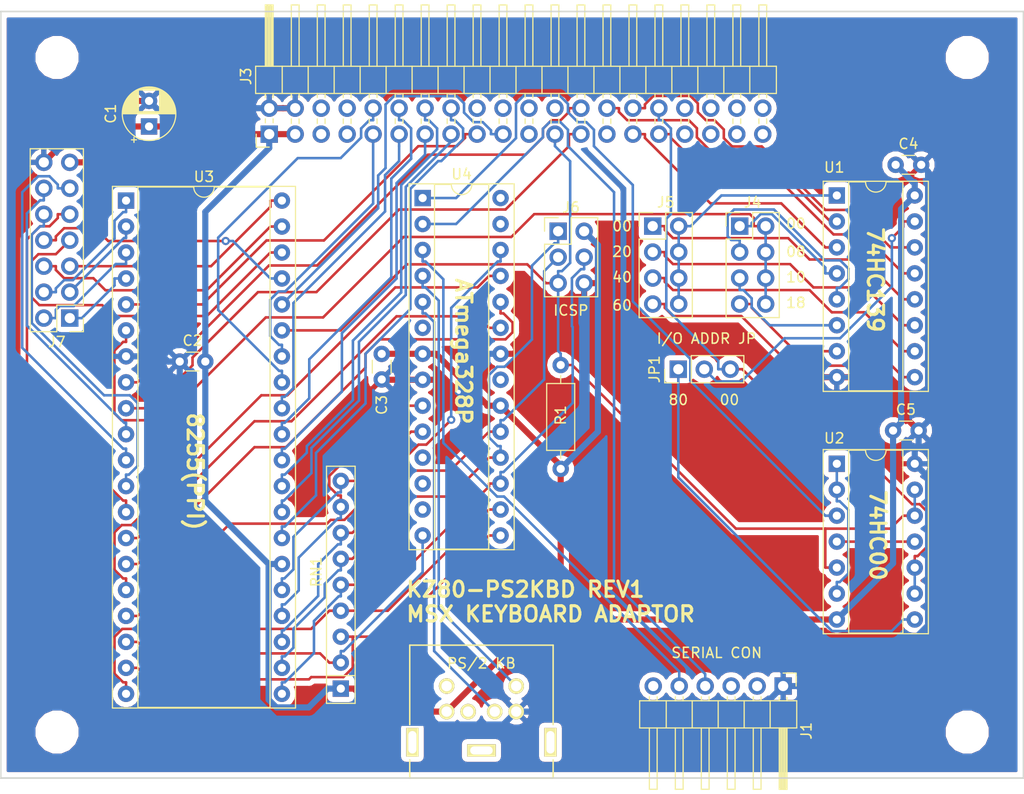
<source format=kicad_pcb>
(kicad_pcb (version 20171130) (host pcbnew "(5.0.0-3-g5ebb6b6)")
  (layers (0 F.Cu signal) (31 B.Cu signal) (34 B.Paste user) (35 F.Paste user) (36 B.SilkS user) (37 F.SilkS user) (38 B.Mask user) (39 F.Mask user) (44 Edge.Cuts user))
  (net 0 "")
  (net 1 DATA)
  (net 2 "Net-(J2-Pad2)")
  (net 3 GND)
  (net 4 VCC)
  (net 5 CLK)
  (net 6 "Net-(J2-Pad6)")
  (net 7 RESET)
  (net 8 "Net-(RN1-Pad2)")
  (net 9 "Net-(RN1-Pad3)")
  (net 10 "Net-(RN1-Pad4)")
  (net 11 /MOSI)
  (net 12 /MISO)
  (net 13 /SCK)
  (net 14 "Net-(RN1-Pad8)")
  (net 15 "Net-(RN1-Pad9)")
  (net 16 /PA3)
  (net 17 /PA2)
  (net 18 /PA1)
  (net 19 /PA0)
  (net 20 ~IORD)
  (net 21 PPI-CE)
  (net 22 /D7)
  (net 23 A1)
  (net 24 /D6)
  (net 25 A0)
  (net 26 /D5)
  (net 27 /PC7)
  (net 28 /D4)
  (net 29 /PC6)
  (net 30 /D3)
  (net 31 /PC5)
  (net 32 /D2)
  (net 33 /PC4)
  (net 34 D1)
  (net 35 "Net-(U3-Pad14)")
  (net 36 D0)
  (net 37 "Net-(U3-Pad15)")
  (net 38 "Net-(U3-Pad16)")
  (net 39 ~IOWR)
  (net 40 "Net-(U3-Pad17)")
  (net 41 /PA7)
  (net 42 /PA6)
  (net 43 /PA5)
  (net 44 /PA4)
  (net 45 "Net-(U2-Pad3)")
  (net 46 TxD)
  (net 47 RxD)
  (net 48 "Net-(U4-Pad6)")
  (net 49 "Net-(U4-Pad21)")
  (net 50 "Net-(U4-Pad11)")
  (net 51 "Net-(U4-Pad12)")
  (net 52 "Net-(U4-Pad13)")
  (net 53 "Net-(U4-Pad27)")
  (net 54 "Net-(U4-Pad28)")
  (net 55 "Net-(J5-Pad2)")
  (net 56 "Net-(J5-Pad7)")
  (net 57 /A3)
  (net 58 "Net-(J5-Pad5)")
  (net 59 /A4)
  (net 60 "Net-(J5-Pad3)")
  (net 61 "Net-(J4-Pad1)")
  (net 62 "Net-(J5-Pad1)")
  (net 63 "Net-(J4-Pad3)")
  (net 64 /A6)
  (net 65 "Net-(J4-Pad5)")
  (net 66 /A5)
  (net 67 "Net-(J4-Pad7)")
  (net 68 "Net-(JP1-Pad2)")
  (net 69 "Net-(U2-Pad1)")
  (net 70 "Net-(JP1-Pad1)")
  (net 71 /A7)
  (net 72 "Net-(U2-Pad11)")
  (net 73 "Net-(J3-Pad5)")
  (net 74 "Net-(J3-Pad6)")
  (net 75 "Net-(J3-Pad7)")
  (net 76 "Net-(J3-Pad8)")
  (net 77 "Net-(J3-Pad18)")
  (net 78 "Net-(J3-Pad20)")
  (net 79 "Net-(J3-Pad21)")
  (net 80 "Net-(J3-Pad22)")
  (net 81 "Net-(J3-Pad24)")
  (net 82 "Net-(J3-Pad27)")
  (net 83 "Net-(J3-Pad33)")
  (net 84 "Net-(J3-Pad34)")
  (net 85 "Net-(J3-Pad35)")
  (net 86 "Net-(J3-Pad36)")
  (net 87 "Net-(J3-Pad37)")
  (net 88 "Net-(J3-Pad38)")
  (net 89 "Net-(J3-Pad39)")
  (net 90 "Net-(J3-Pad40)")
  (net 91 "Net-(J1-Pad2)")
  (net 92 "Net-(J1-Pad3)")
  (net 93 "Net-(J1-Pad6)")
  (module MountingHole:MountingHole_3.2mm_M3 (layer F.Cu) (at 154.5 120.5)
    (fp_text reference MH4 hide)
    (fp_text value MountingHole)
    (pad 1 np_thru_hole circle (at 0 0) (size 3.2 3.2) (drill 3.2) (layers *.Cu *.Mask))
  )
  (module MountingHole:MountingHole_3.2mm_M3 (layer F.Cu) (at 65.5 120.5)
    (fp_text reference MH3 hide)
    (fp_text value MountingHole)
    (pad 1 np_thru_hole circle (at 0 0) (size 3.2 3.2) (drill 3.2) (layers *.Cu *.Mask))
  )
  (module MountingHole:MountingHole_3.2mm_M3 (layer F.Cu) (at 154.5 54.5)
    (fp_text reference MH2 hide)
    (fp_text value MountingHole)
    (pad 1 np_thru_hole circle (at 0 0) (size 3.2 3.2) (drill 3.2) (layers *.Cu *.Mask))
  )
  (module MountingHole:MountingHole_3.2mm_M3 (layer F.Cu) (at 65.5 54.5)
    (fp_text reference MH1 hide)
    (fp_text value MountingHole)
    (pad 1 np_thru_hole circle (at 0 0) (size 3.2 3.2) (drill 3.2) (layers *.Cu *.Mask))
  )
  (module Capacitor_THT:CP_Radial_D5.0mm_P2.50mm (layer F.Cu) (at 74.5 61.25 90)
    (fp_text reference C1 (at 1.25 -3.75 90) (layer F.SilkS))
    (fp_text value 10u)
    (pad 1 thru_hole rect (at 0 0 90) (size 1.6 1.6) (drill 0.8) (layers *.Cu *.Mask) (net 4 VCC))
    (pad 2 thru_hole circle (at 2.5 0 90) (size 1.6 1.6) (drill 0.8) (layers *.Cu *.Mask) (net 3 GND))
  )
  (module Capacitor_THT:C_Disc_D3.0mm_W1.6mm_P2.50mm (layer F.Cu) (at 147.25 91)
    (fp_text reference C5 (at 1.25 -2.05) (layer F.SilkS))
    (fp_text value 0.1u)
    (pad 2 thru_hole circle (at 2.5 0) (size 1.6 1.6) (drill 0.8) (layers *.Cu *.Mask) (net 3 GND))
    (pad 1 thru_hole circle (at 0 0) (size 1.6 1.6) (drill 0.8) (layers *.Cu *.Mask) (net 4 VCC))
  )
  (module Capacitor_THT:C_Disc_D3.0mm_W1.6mm_P2.50mm (layer F.Cu) (at 147.5 65)
    (fp_text reference C4 (at 1.25 -2.05) (layer F.SilkS))
    (fp_text value 0.1u)
    (pad 1 thru_hole circle (at 0 0) (size 1.6 1.6) (drill 0.8) (layers *.Cu *.Mask) (net 4 VCC))
    (pad 2 thru_hole circle (at 2.5 0) (size 1.6 1.6) (drill 0.8) (layers *.Cu *.Mask) (net 3 GND))
  )
  (module Capacitor_THT:C_Disc_D3.0mm_W1.6mm_P2.50mm (layer F.Cu) (at 97.25 83.5 270)
    (fp_text reference C3 (at 5 0 270) (layer F.SilkS))
    (fp_text value 0.1u)
    (pad 2 thru_hole circle (at 2.5 0 270) (size 1.6 1.6) (drill 0.8) (layers *.Cu *.Mask) (net 3 GND))
    (pad 1 thru_hole circle (at 0 0 270) (size 1.6 1.6) (drill 0.8) (layers *.Cu *.Mask) (net 4 VCC))
  )
  (module Capacitor_THT:C_Disc_D3.0mm_W1.6mm_P2.50mm (layer F.Cu) (at 77.5 84.25)
    (fp_text reference C2 (at 1.25 -2.05) (layer F.SilkS))
    (fp_text value 0.1u)
    (pad 1 thru_hole circle (at 0 0) (size 1.6 1.6) (drill 0.8) (layers *.Cu *.Mask) (net 3 GND))
    (pad 2 thru_hole circle (at 2.5 0) (size 1.6 1.6) (drill 0.8) (layers *.Cu *.Mask) (net 4 VCC))
  )
  (module Connector_PinHeader_2.54mm:PinHeader_1x03_P2.54mm_Vertical (layer F.Cu) (at 126.25 85 90)
    (fp_text reference JP1 (at 0 -2.33 90) (layer F.SilkS))
    (fp_text value A7_JP)
    (pad 1 thru_hole rect (at 0 0 90) (size 1.7 1.7) (drill 1) (layers *.Cu *.Mask) (net 70 "Net-(JP1-Pad1)"))
    (pad 2 thru_hole oval (at 0 2.54 90) (size 1.7 1.7) (drill 1) (layers *.Cu *.Mask) (net 68 "Net-(JP1-Pad2)"))
    (pad 3 thru_hole oval (at 0 5.08 90) (size 1.7 1.7) (drill 1) (layers *.Cu *.Mask) (net 71 /A7))
  )
  (module Connector_PinHeader_2.54mm:PinHeader_1x06_P2.54mm_Horizontal (layer F.Cu) (at 136.5 116 270)
    (fp_text reference J1 (at 4.385 -2.27 270) (layer F.SilkS))
    (fp_text value "232C(DEBUG)")
    (pad 1 thru_hole rect (at 0 0 270) (size 1.7 1.7) (drill 1) (layers *.Cu *.Mask) (net 3 GND))
    (pad 2 thru_hole oval (at 0 2.54 270) (size 1.7 1.7) (drill 1) (layers *.Cu *.Mask) (net 91 "Net-(J1-Pad2)"))
    (pad 3 thru_hole oval (at 0 5.08 270) (size 1.7 1.7) (drill 1) (layers *.Cu *.Mask) (net 92 "Net-(J1-Pad3)"))
    (pad 4 thru_hole oval (at 0 7.62 270) (size 1.7 1.7) (drill 1) (layers *.Cu *.Mask) (net 46 TxD))
    (pad 5 thru_hole oval (at 0 10.16 270) (size 1.7 1.7) (drill 1) (layers *.Cu *.Mask) (net 47 RxD))
    (pad 6 thru_hole oval (at 0 12.7 270) (size 1.7 1.7) (drill 1) (layers *.Cu *.Mask) (net 93 "Net-(J1-Pad6)"))
  )
  (module Connector_PinHeader_2.54mm:PinHeader_2x03_P2.54mm_Vertical (layer F.Cu) (at 114.5 71.5)
    (fp_text reference J6 (at 1.27 -2.33) (layer F.SilkS))
    (fp_text value ICSP)
    (pad 1 thru_hole rect (at 0 0) (size 1.7 1.7) (drill 1) (layers *.Cu *.Mask) (net 12 /MISO))
    (pad 2 thru_hole oval (at 2.54 0) (size 1.7 1.7) (drill 1) (layers *.Cu *.Mask) (net 4 VCC))
    (pad 3 thru_hole oval (at 0 2.54) (size 1.7 1.7) (drill 1) (layers *.Cu *.Mask) (net 13 /SCK))
    (pad 4 thru_hole oval (at 2.54 2.54) (size 1.7 1.7) (drill 1) (layers *.Cu *.Mask) (net 11 /MOSI))
    (pad 5 thru_hole oval (at 0 5.08) (size 1.7 1.7) (drill 1) (layers *.Cu *.Mask) (net 7 RESET))
    (pad 6 thru_hole oval (at 2.54 5.08) (size 1.7 1.7) (drill 1) (layers *.Cu *.Mask) (net 3 GND))
  )
  (module Connector_PinHeader_2.54mm:PinHeader_2x04_P2.54mm_Vertical (layer F.Cu) (at 123.75 71)
    (fp_text reference J5 (at 1.27 -2.33) (layer F.SilkS))
    (fp_text value ADR-JP1)
    (pad 8 thru_hole oval (at 2.54 7.62) (size 1.7 1.7) (drill 1) (layers *.Cu *.Mask) (net 55 "Net-(J5-Pad2)"))
    (pad 7 thru_hole oval (at 0 7.62) (size 1.7 1.7) (drill 1) (layers *.Cu *.Mask) (net 56 "Net-(J5-Pad7)"))
    (pad 6 thru_hole oval (at 2.54 5.08) (size 1.7 1.7) (drill 1) (layers *.Cu *.Mask) (net 55 "Net-(J5-Pad2)"))
    (pad 5 thru_hole oval (at 0 5.08) (size 1.7 1.7) (drill 1) (layers *.Cu *.Mask) (net 58 "Net-(J5-Pad5)"))
    (pad 4 thru_hole oval (at 2.54 2.54) (size 1.7 1.7) (drill 1) (layers *.Cu *.Mask) (net 55 "Net-(J5-Pad2)"))
    (pad 3 thru_hole oval (at 0 2.54) (size 1.7 1.7) (drill 1) (layers *.Cu *.Mask) (net 60 "Net-(J5-Pad3)"))
    (pad 2 thru_hole oval (at 2.54 0) (size 1.7 1.7) (drill 1) (layers *.Cu *.Mask) (net 55 "Net-(J5-Pad2)"))
    (pad 1 thru_hole rect (at 0 0) (size 1.7 1.7) (drill 1) (layers *.Cu *.Mask) (net 62 "Net-(J5-Pad1)"))
  )
  (module Connector_PinHeader_2.54mm:PinHeader_2x04_P2.54mm_Vertical (layer F.Cu) (at 132.25 71)
    (fp_text reference J4 (at 1.27 -2.33) (layer F.SilkS))
    (fp_text value ADR-JP2)
    (pad 1 thru_hole rect (at 0 0) (size 1.7 1.7) (drill 1) (layers *.Cu *.Mask) (net 61 "Net-(J4-Pad1)"))
    (pad 2 thru_hole oval (at 2.54 0) (size 1.7 1.7) (drill 1) (layers *.Cu *.Mask) (net 21 PPI-CE))
    (pad 3 thru_hole oval (at 0 2.54) (size 1.7 1.7) (drill 1) (layers *.Cu *.Mask) (net 63 "Net-(J4-Pad3)"))
    (pad 4 thru_hole oval (at 2.54 2.54) (size 1.7 1.7) (drill 1) (layers *.Cu *.Mask) (net 21 PPI-CE))
    (pad 5 thru_hole oval (at 0 5.08) (size 1.7 1.7) (drill 1) (layers *.Cu *.Mask) (net 65 "Net-(J4-Pad5)"))
    (pad 6 thru_hole oval (at 2.54 5.08) (size 1.7 1.7) (drill 1) (layers *.Cu *.Mask) (net 21 PPI-CE))
    (pad 7 thru_hole oval (at 0 7.62) (size 1.7 1.7) (drill 1) (layers *.Cu *.Mask) (net 67 "Net-(J4-Pad7)"))
    (pad 8 thru_hole oval (at 2.54 7.62) (size 1.7 1.7) (drill 1) (layers *.Cu *.Mask) (net 21 PPI-CE))
  )
  (module Connector_PinHeader_2.54mm:PinHeader_2x07_P2.54mm_Vertical (layer F.Cu) (at 66.75 80 180)
    (fp_text reference J7 (at 1.27 -2.33 180) (layer F.SilkS))
    (fp_text value CON-A)
    (pad 1 thru_hole rect (at 0 0 180) (size 1.7 1.7) (drill 1) (layers *.Cu *.Mask) (net 19 /PA0))
    (pad 2 thru_hole oval (at 2.54 0 180) (size 1.7 1.7) (drill 1) (layers *.Cu *.Mask) (net 18 /PA1))
    (pad 3 thru_hole oval (at 0 2.54 180) (size 1.7 1.7) (drill 1) (layers *.Cu *.Mask) (net 17 /PA2))
    (pad 4 thru_hole oval (at 2.54 2.54 180) (size 1.7 1.7) (drill 1) (layers *.Cu *.Mask) (net 16 /PA3))
    (pad 5 thru_hole oval (at 0 5.08 180) (size 1.7 1.7) (drill 1) (layers *.Cu *.Mask) (net 44 /PA4))
    (pad 6 thru_hole oval (at 2.54 5.08 180) (size 1.7 1.7) (drill 1) (layers *.Cu *.Mask) (net 43 /PA5))
    (pad 7 thru_hole oval (at 0 7.62 180) (size 1.7 1.7) (drill 1) (layers *.Cu *.Mask) (net 42 /PA6))
    (pad 8 thru_hole oval (at 2.54 7.62 180) (size 1.7 1.7) (drill 1) (layers *.Cu *.Mask) (net 41 /PA7))
    (pad 9 thru_hole oval (at 0 10.16 180) (size 1.7 1.7) (drill 1) (layers *.Cu *.Mask) (net 33 /PC4))
    (pad 10 thru_hole oval (at 2.54 10.16 180) (size 1.7 1.7) (drill 1) (layers *.Cu *.Mask) (net 31 /PC5))
    (pad 11 thru_hole oval (at 0 12.7 180) (size 1.7 1.7) (drill 1) (layers *.Cu *.Mask) (net 29 /PC6))
    (pad 12 thru_hole oval (at 2.54 12.7 180) (size 1.7 1.7) (drill 1) (layers *.Cu *.Mask) (net 27 /PC7))
    (pad 13 thru_hole oval (at 0 15.24 180) (size 1.7 1.7) (drill 1) (layers *.Cu *.Mask) (net 4 VCC))
    (pad 14 thru_hole oval (at 2.54 15.24 180) (size 1.7 1.7) (drill 1) (layers *.Cu *.Mask) (net 3 GND))
  )
  (module Connector_PinHeader_2.54mm:PinHeader_2x20_P2.54mm_Horizontal (layer F.Cu) (at 86.25 62 90)
    (fp_text reference J3 (at 5.655 -2.27 90) (layer F.SilkS))
    (fp_text value "SBC8080 BUS")
    (pad 1 thru_hole rect (at 0 0 90) (size 1.7 1.7) (drill 1) (layers *.Cu *.Mask) (net 4 VCC))
    (pad 2 thru_hole oval (at 2.54 0 90) (size 1.7 1.7) (drill 1) (layers *.Cu *.Mask) (net 3 GND))
    (pad 3 thru_hole oval (at 0 2.54 90) (size 1.7 1.7) (drill 1) (layers *.Cu *.Mask) (net 4 VCC))
    (pad 4 thru_hole oval (at 2.54 2.54 90) (size 1.7 1.7) (drill 1) (layers *.Cu *.Mask) (net 3 GND))
    (pad 5 thru_hole oval (at 0 5.08 90) (size 1.7 1.7) (drill 1) (layers *.Cu *.Mask) (net 73 "Net-(J3-Pad5)"))
    (pad 6 thru_hole oval (at 2.54 5.08 90) (size 1.7 1.7) (drill 1) (layers *.Cu *.Mask) (net 74 "Net-(J3-Pad6)"))
    (pad 7 thru_hole oval (at 0 7.62 90) (size 1.7 1.7) (drill 1) (layers *.Cu *.Mask) (net 75 "Net-(J3-Pad7)"))
    (pad 8 thru_hole oval (at 2.54 7.62 90) (size 1.7 1.7) (drill 1) (layers *.Cu *.Mask) (net 76 "Net-(J3-Pad8)"))
    (pad 9 thru_hole oval (at 0 10.16 90) (size 1.7 1.7) (drill 1) (layers *.Cu *.Mask) (net 36 D0))
    (pad 10 thru_hole oval (at 2.54 10.16 90) (size 1.7 1.7) (drill 1) (layers *.Cu *.Mask) (net 34 D1))
    (pad 11 thru_hole oval (at 0 12.7 90) (size 1.7 1.7) (drill 1) (layers *.Cu *.Mask) (net 32 /D2))
    (pad 12 thru_hole oval (at 2.54 12.7 90) (size 1.7 1.7) (drill 1) (layers *.Cu *.Mask) (net 30 /D3))
    (pad 13 thru_hole oval (at 0 15.24 90) (size 1.7 1.7) (drill 1) (layers *.Cu *.Mask) (net 28 /D4))
    (pad 14 thru_hole oval (at 2.54 15.24 90) (size 1.7 1.7) (drill 1) (layers *.Cu *.Mask) (net 26 /D5))
    (pad 15 thru_hole oval (at 0 17.78 90) (size 1.7 1.7) (drill 1) (layers *.Cu *.Mask) (net 24 /D6))
    (pad 16 thru_hole oval (at 2.54 17.78 90) (size 1.7 1.7) (drill 1) (layers *.Cu *.Mask) (net 22 /D7))
    (pad 17 thru_hole oval (at 0 20.32 90) (size 1.7 1.7) (drill 1) (layers *.Cu *.Mask) (net 20 ~IORD))
    (pad 18 thru_hole oval (at 2.54 20.32 90) (size 1.7 1.7) (drill 1) (layers *.Cu *.Mask) (net 77 "Net-(J3-Pad18)"))
    (pad 19 thru_hole oval (at 0 22.86 90) (size 1.7 1.7) (drill 1) (layers *.Cu *.Mask) (net 39 ~IOWR))
    (pad 20 thru_hole oval (at 2.54 22.86 90) (size 1.7 1.7) (drill 1) (layers *.Cu *.Mask) (net 78 "Net-(J3-Pad20)"))
    (pad 21 thru_hole oval (at 0 25.4 90) (size 1.7 1.7) (drill 1) (layers *.Cu *.Mask) (net 79 "Net-(J3-Pad21)"))
    (pad 22 thru_hole oval (at 2.54 25.4 90) (size 1.7 1.7) (drill 1) (layers *.Cu *.Mask) (net 80 "Net-(J3-Pad22)"))
    (pad 23 thru_hole oval (at 0 27.94 90) (size 1.7 1.7) (drill 1) (layers *.Cu *.Mask) (net 7 RESET))
    (pad 24 thru_hole oval (at 2.54 27.94 90) (size 1.7 1.7) (drill 1) (layers *.Cu *.Mask) (net 81 "Net-(J3-Pad24)"))
    (pad 25 thru_hole oval (at 0 30.48 90) (size 1.7 1.7) (drill 1) (layers *.Cu *.Mask) (net 25 A0))
    (pad 26 thru_hole oval (at 2.54 30.48 90) (size 1.7 1.7) (drill 1) (layers *.Cu *.Mask) (net 23 A1))
    (pad 27 thru_hole oval (at 0 33.02 90) (size 1.7 1.7) (drill 1) (layers *.Cu *.Mask) (net 82 "Net-(J3-Pad27)"))
    (pad 28 thru_hole oval (at 2.54 33.02 90) (size 1.7 1.7) (drill 1) (layers *.Cu *.Mask) (net 57 /A3))
    (pad 29 thru_hole oval (at 0 35.56 90) (size 1.7 1.7) (drill 1) (layers *.Cu *.Mask) (net 59 /A4))
    (pad 30 thru_hole oval (at 2.54 35.56 90) (size 1.7 1.7) (drill 1) (layers *.Cu *.Mask) (net 66 /A5))
    (pad 31 thru_hole oval (at 0 38.1 90) (size 1.7 1.7) (drill 1) (layers *.Cu *.Mask) (net 64 /A6))
    (pad 32 thru_hole oval (at 2.54 38.1 90) (size 1.7 1.7) (drill 1) (layers *.Cu *.Mask) (net 71 /A7))
    (pad 33 thru_hole oval (at 0 40.64 90) (size 1.7 1.7) (drill 1) (layers *.Cu *.Mask) (net 83 "Net-(J3-Pad33)"))
    (pad 34 thru_hole oval (at 2.54 40.64 90) (size 1.7 1.7) (drill 1) (layers *.Cu *.Mask) (net 84 "Net-(J3-Pad34)"))
    (pad 35 thru_hole oval (at 0 43.18 90) (size 1.7 1.7) (drill 1) (layers *.Cu *.Mask) (net 85 "Net-(J3-Pad35)"))
    (pad 36 thru_hole oval (at 2.54 43.18 90) (size 1.7 1.7) (drill 1) (layers *.Cu *.Mask) (net 86 "Net-(J3-Pad36)"))
    (pad 37 thru_hole oval (at 0 45.72 90) (size 1.7 1.7) (drill 1) (layers *.Cu *.Mask) (net 87 "Net-(J3-Pad37)"))
    (pad 38 thru_hole oval (at 2.54 45.72 90) (size 1.7 1.7) (drill 1) (layers *.Cu *.Mask) (net 88 "Net-(J3-Pad38)"))
    (pad 39 thru_hole oval (at 0 48.26 90) (size 1.7 1.7) (drill 1) (layers *.Cu *.Mask) (net 89 "Net-(J3-Pad39)"))
    (pad 40 thru_hole oval (at 2.54 48.26 90) (size 1.7 1.7) (drill 1) (layers *.Cu *.Mask) (net 90 "Net-(J3-Pad40)"))
  )
  (module Package_DIP:DIP-14_W7.62mm_Socket (layer F.Cu) (at 141.75 94.25)
    (fp_text reference U2 (at -0.25 -2.5) (layer F.SilkS))
    (fp_text value 74HC00)
    (pad 1 thru_hole rect (at 0 0) (size 1.6 1.6) (drill 0.8) (layers *.Cu *.Mask) (net 69 "Net-(U2-Pad1)"))
    (pad 8 thru_hole oval (at 7.62 15.24) (size 1.6 1.6) (drill 0.8) (layers *.Cu *.Mask) (net 70 "Net-(JP1-Pad1)"))
    (pad 2 thru_hole oval (at 0 2.54) (size 1.6 1.6) (drill 0.8) (layers *.Cu *.Mask) (net 69 "Net-(U2-Pad1)"))
    (pad 9 thru_hole oval (at 7.62 12.7) (size 1.6 1.6) (drill 0.8) (layers *.Cu *.Mask) (net 71 /A7))
    (pad 3 thru_hole oval (at 0 5.08) (size 1.6 1.6) (drill 0.8) (layers *.Cu *.Mask) (net 45 "Net-(U2-Pad3)"))
    (pad 10 thru_hole oval (at 7.62 10.16) (size 1.6 1.6) (drill 0.8) (layers *.Cu *.Mask) (net 71 /A7))
    (pad 4 thru_hole oval (at 0 7.62) (size 1.6 1.6) (drill 0.8) (layers *.Cu *.Mask) (net 72 "Net-(U2-Pad11)"))
    (pad 11 thru_hole oval (at 7.62 7.62) (size 1.6 1.6) (drill 0.8) (layers *.Cu *.Mask) (net 72 "Net-(U2-Pad11)"))
    (pad 5 thru_hole oval (at 0 10.16) (size 1.6 1.6) (drill 0.8) (layers *.Cu *.Mask) (net 7 RESET))
    (pad 12 thru_hole oval (at 7.62 5.08) (size 1.6 1.6) (drill 0.8) (layers *.Cu *.Mask) (net 7 RESET))
    (pad 6 thru_hole oval (at 0 12.7) (size 1.6 1.6) (drill 0.8) (layers *.Cu *.Mask) (net 69 "Net-(U2-Pad1)"))
    (pad 13 thru_hole oval (at 7.62 2.54) (size 1.6 1.6) (drill 0.8) (layers *.Cu *.Mask) (net 7 RESET))
    (pad 7 thru_hole oval (at 0 15.24) (size 1.6 1.6) (drill 0.8) (layers *.Cu *.Mask) (net 4 VCC))
    (pad 14 thru_hole oval (at 7.62 0) (size 1.6 1.6) (drill 0.8) (layers *.Cu *.Mask) (net 3 GND))
  )
  (module Package_DIP:DIP-16_W7.62mm_Socket (layer F.Cu) (at 141.75 68)
    (fp_text reference U1 (at -0.25 -2.75) (layer F.SilkS))
    (fp_text value 74HC139)
    (pad 1 thru_hole rect (at 0 0) (size 1.6 1.6) (drill 0.8) (layers *.Cu *.Mask) (net 55 "Net-(J5-Pad2)"))
    (pad 9 thru_hole oval (at 7.62 17.78) (size 1.6 1.6) (drill 0.8) (layers *.Cu *.Mask) (net 56 "Net-(J5-Pad7)"))
    (pad 2 thru_hole oval (at 0 2.54) (size 1.6 1.6) (drill 0.8) (layers *.Cu *.Mask) (net 57 /A3))
    (pad 10 thru_hole oval (at 7.62 15.24) (size 1.6 1.6) (drill 0.8) (layers *.Cu *.Mask) (net 58 "Net-(J5-Pad5)"))
    (pad 3 thru_hole oval (at 0 5.08) (size 1.6 1.6) (drill 0.8) (layers *.Cu *.Mask) (net 59 /A4))
    (pad 11 thru_hole oval (at 7.62 12.7) (size 1.6 1.6) (drill 0.8) (layers *.Cu *.Mask) (net 60 "Net-(J5-Pad3)"))
    (pad 4 thru_hole oval (at 0 7.62) (size 1.6 1.6) (drill 0.8) (layers *.Cu *.Mask) (net 61 "Net-(J4-Pad1)"))
    (pad 12 thru_hole oval (at 7.62 10.16) (size 1.6 1.6) (drill 0.8) (layers *.Cu *.Mask) (net 62 "Net-(J5-Pad1)"))
    (pad 5 thru_hole oval (at 0 10.16) (size 1.6 1.6) (drill 0.8) (layers *.Cu *.Mask) (net 63 "Net-(J4-Pad3)"))
    (pad 13 thru_hole oval (at 7.62 7.62) (size 1.6 1.6) (drill 0.8) (layers *.Cu *.Mask) (net 64 /A6))
    (pad 6 thru_hole oval (at 0 12.7) (size 1.6 1.6) (drill 0.8) (layers *.Cu *.Mask) (net 65 "Net-(J4-Pad5)"))
    (pad 14 thru_hole oval (at 7.62 5.08) (size 1.6 1.6) (drill 0.8) (layers *.Cu *.Mask) (net 66 /A5))
    (pad 7 thru_hole oval (at 0 15.24) (size 1.6 1.6) (drill 0.8) (layers *.Cu *.Mask) (net 67 "Net-(J4-Pad7)"))
    (pad 15 thru_hole oval (at 7.62 2.54) (size 1.6 1.6) (drill 0.8) (layers *.Cu *.Mask) (net 68 "Net-(JP1-Pad2)"))
    (pad 8 thru_hole oval (at 0 17.78) (size 1.6 1.6) (drill 0.8) (layers *.Cu *.Mask) (net 3 GND))
    (pad 16 thru_hole oval (at 7.62 0) (size 1.6 1.6) (drill 0.8) (layers *.Cu *.Mask) (net 4 VCC))
  )
  (module Package_DIP:DIP-28_W7.62mm_Socket (layer F.Cu) (at 101.25 68.25)
    (fp_text reference U4 (at 3.81 -2.33) (layer F.SilkS))
    (fp_text value ATmega328P-PU)
    (pad 1 thru_hole rect (at 0 0) (size 1.6 1.6) (drill 0.8) (layers *.Cu *.Mask) (net 45 "Net-(U2-Pad3)"))
    (pad 15 thru_hole oval (at 7.62 33.02) (size 1.6 1.6) (drill 0.8) (layers *.Cu *.Mask) (net 9 "Net-(RN1-Pad3)"))
    (pad 2 thru_hole oval (at 0 2.54) (size 1.6 1.6) (drill 0.8) (layers *.Cu *.Mask) (net 46 TxD))
    (pad 16 thru_hole oval (at 7.62 30.48) (size 1.6 1.6) (drill 0.8) (layers *.Cu *.Mask) (net 10 "Net-(RN1-Pad4)"))
    (pad 3 thru_hole oval (at 0 5.08) (size 1.6 1.6) (drill 0.8) (layers *.Cu *.Mask) (net 47 RxD))
    (pad 17 thru_hole oval (at 7.62 27.94) (size 1.6 1.6) (drill 0.8) (layers *.Cu *.Mask) (net 11 /MOSI))
    (pad 4 thru_hole oval (at 0 7.62) (size 1.6 1.6) (drill 0.8) (layers *.Cu *.Mask) (net 5 CLK))
    (pad 18 thru_hole oval (at 7.62 25.4) (size 1.6 1.6) (drill 0.8) (layers *.Cu *.Mask) (net 12 /MISO))
    (pad 5 thru_hole oval (at 0 10.16) (size 1.6 1.6) (drill 0.8) (layers *.Cu *.Mask) (net 1 DATA))
    (pad 19 thru_hole oval (at 7.62 22.86) (size 1.6 1.6) (drill 0.8) (layers *.Cu *.Mask) (net 13 /SCK))
    (pad 6 thru_hole oval (at 0 12.7) (size 1.6 1.6) (drill 0.8) (layers *.Cu *.Mask) (net 48 "Net-(U4-Pad6)"))
    (pad 20 thru_hole oval (at 7.62 20.32) (size 1.6 1.6) (drill 0.8) (layers *.Cu *.Mask) (net 4 VCC))
    (pad 7 thru_hole oval (at 0 15.24) (size 1.6 1.6) (drill 0.8) (layers *.Cu *.Mask) (net 4 VCC))
    (pad 21 thru_hole oval (at 7.62 17.78) (size 1.6 1.6) (drill 0.8) (layers *.Cu *.Mask) (net 49 "Net-(U4-Pad21)"))
    (pad 8 thru_hole oval (at 0 17.78) (size 1.6 1.6) (drill 0.8) (layers *.Cu *.Mask) (net 3 GND))
    (pad 22 thru_hole oval (at 7.62 15.24) (size 1.6 1.6) (drill 0.8) (layers *.Cu *.Mask) (net 3 GND))
    (pad 9 thru_hole oval (at 0 20.32) (size 1.6 1.6) (drill 0.8) (layers *.Cu *.Mask) (net 14 "Net-(RN1-Pad8)"))
    (pad 23 thru_hole oval (at 7.62 12.7) (size 1.6 1.6) (drill 0.8) (layers *.Cu *.Mask) (net 35 "Net-(U3-Pad14)"))
    (pad 10 thru_hole oval (at 0 22.86) (size 1.6 1.6) (drill 0.8) (layers *.Cu *.Mask) (net 15 "Net-(RN1-Pad9)"))
    (pad 24 thru_hole oval (at 7.62 10.16) (size 1.6 1.6) (drill 0.8) (layers *.Cu *.Mask) (net 37 "Net-(U3-Pad15)"))
    (pad 11 thru_hole oval (at 0 25.4) (size 1.6 1.6) (drill 0.8) (layers *.Cu *.Mask) (net 50 "Net-(U4-Pad11)"))
    (pad 25 thru_hole oval (at 7.62 7.62) (size 1.6 1.6) (drill 0.8) (layers *.Cu *.Mask) (net 38 "Net-(U3-Pad16)"))
    (pad 12 thru_hole oval (at 0 27.94) (size 1.6 1.6) (drill 0.8) (layers *.Cu *.Mask) (net 51 "Net-(U4-Pad12)"))
    (pad 26 thru_hole oval (at 7.62 5.08) (size 1.6 1.6) (drill 0.8) (layers *.Cu *.Mask) (net 40 "Net-(U3-Pad17)"))
    (pad 13 thru_hole oval (at 0 30.48) (size 1.6 1.6) (drill 0.8) (layers *.Cu *.Mask) (net 52 "Net-(U4-Pad13)"))
    (pad 27 thru_hole oval (at 7.62 2.54) (size 1.6 1.6) (drill 0.8) (layers *.Cu *.Mask) (net 53 "Net-(U4-Pad27)"))
    (pad 14 thru_hole oval (at 0 33.02) (size 1.6 1.6) (drill 0.8) (layers *.Cu *.Mask) (net 8 "Net-(RN1-Pad2)"))
    (pad 28 thru_hole oval (at 7.62 0) (size 1.6 1.6) (drill 0.8) (layers *.Cu *.Mask) (net 54 "Net-(U4-Pad28)"))
  )
  (module Package_DIP:DIP-40_W15.24mm_Socket (layer F.Cu) (at 72.25 68.5)
    (fp_text reference U3 (at 7.62 -2.33) (layer F.SilkS))
    (fp_text value 8255)
    (pad 1 thru_hole rect (at 0 0) (size 1.6 1.6) (drill 0.8) (layers *.Cu *.Mask) (net 16 /PA3))
    (pad 21 thru_hole oval (at 15.24 48.26) (size 1.6 1.6) (drill 0.8) (layers *.Cu *.Mask) (net 11 /MOSI))
    (pad 2 thru_hole oval (at 0 2.54) (size 1.6 1.6) (drill 0.8) (layers *.Cu *.Mask) (net 17 /PA2))
    (pad 22 thru_hole oval (at 15.24 45.72) (size 1.6 1.6) (drill 0.8) (layers *.Cu *.Mask) (net 12 /MISO))
    (pad 3 thru_hole oval (at 0 5.08) (size 1.6 1.6) (drill 0.8) (layers *.Cu *.Mask) (net 18 /PA1))
    (pad 23 thru_hole oval (at 15.24 43.18) (size 1.6 1.6) (drill 0.8) (layers *.Cu *.Mask) (net 13 /SCK))
    (pad 4 thru_hole oval (at 0 7.62) (size 1.6 1.6) (drill 0.8) (layers *.Cu *.Mask) (net 19 /PA0))
    (pad 24 thru_hole oval (at 15.24 40.64) (size 1.6 1.6) (drill 0.8) (layers *.Cu *.Mask) (net 14 "Net-(RN1-Pad8)"))
    (pad 5 thru_hole oval (at 0 10.16) (size 1.6 1.6) (drill 0.8) (layers *.Cu *.Mask) (net 20 ~IORD))
    (pad 25 thru_hole oval (at 15.24 38.1) (size 1.6 1.6) (drill 0.8) (layers *.Cu *.Mask) (net 15 "Net-(RN1-Pad9)"))
    (pad 6 thru_hole oval (at 0 12.7) (size 1.6 1.6) (drill 0.8) (layers *.Cu *.Mask) (net 21 PPI-CE))
    (pad 26 thru_hole oval (at 15.24 35.56) (size 1.6 1.6) (drill 0.8) (layers *.Cu *.Mask) (net 4 VCC))
    (pad 7 thru_hole oval (at 0 15.24) (size 1.6 1.6) (drill 0.8) (layers *.Cu *.Mask) (net 3 GND))
    (pad 27 thru_hole oval (at 15.24 33.02) (size 1.6 1.6) (drill 0.8) (layers *.Cu *.Mask) (net 22 /D7))
    (pad 8 thru_hole oval (at 0 17.78) (size 1.6 1.6) (drill 0.8) (layers *.Cu *.Mask) (net 23 A1))
    (pad 28 thru_hole oval (at 15.24 30.48) (size 1.6 1.6) (drill 0.8) (layers *.Cu *.Mask) (net 24 /D6))
    (pad 9 thru_hole oval (at 0 20.32) (size 1.6 1.6) (drill 0.8) (layers *.Cu *.Mask) (net 25 A0))
    (pad 29 thru_hole oval (at 15.24 27.94) (size 1.6 1.6) (drill 0.8) (layers *.Cu *.Mask) (net 26 /D5))
    (pad 10 thru_hole oval (at 0 22.86) (size 1.6 1.6) (drill 0.8) (layers *.Cu *.Mask) (net 27 /PC7))
    (pad 30 thru_hole oval (at 15.24 25.4) (size 1.6 1.6) (drill 0.8) (layers *.Cu *.Mask) (net 28 /D4))
    (pad 11 thru_hole oval (at 0 25.4) (size 1.6 1.6) (drill 0.8) (layers *.Cu *.Mask) (net 29 /PC6))
    (pad 31 thru_hole oval (at 15.24 22.86) (size 1.6 1.6) (drill 0.8) (layers *.Cu *.Mask) (net 30 /D3))
    (pad 12 thru_hole oval (at 0 27.94) (size 1.6 1.6) (drill 0.8) (layers *.Cu *.Mask) (net 31 /PC5))
    (pad 32 thru_hole oval (at 15.24 20.32) (size 1.6 1.6) (drill 0.8) (layers *.Cu *.Mask) (net 32 /D2))
    (pad 13 thru_hole oval (at 0 30.48) (size 1.6 1.6) (drill 0.8) (layers *.Cu *.Mask) (net 33 /PC4))
    (pad 33 thru_hole oval (at 15.24 17.78) (size 1.6 1.6) (drill 0.8) (layers *.Cu *.Mask) (net 34 D1))
    (pad 14 thru_hole oval (at 0 33.02) (size 1.6 1.6) (drill 0.8) (layers *.Cu *.Mask) (net 35 "Net-(U3-Pad14)"))
    (pad 34 thru_hole oval (at 15.24 15.24) (size 1.6 1.6) (drill 0.8) (layers *.Cu *.Mask) (net 36 D0))
    (pad 15 thru_hole oval (at 0 35.56) (size 1.6 1.6) (drill 0.8) (layers *.Cu *.Mask) (net 37 "Net-(U3-Pad15)"))
    (pad 35 thru_hole oval (at 15.24 12.7) (size 1.6 1.6) (drill 0.8) (layers *.Cu *.Mask) (net 7 RESET))
    (pad 16 thru_hole oval (at 0 38.1) (size 1.6 1.6) (drill 0.8) (layers *.Cu *.Mask) (net 38 "Net-(U3-Pad16)"))
    (pad 36 thru_hole oval (at 15.24 10.16) (size 1.6 1.6) (drill 0.8) (layers *.Cu *.Mask) (net 39 ~IOWR))
    (pad 17 thru_hole oval (at 0 40.64) (size 1.6 1.6) (drill 0.8) (layers *.Cu *.Mask) (net 40 "Net-(U3-Pad17)"))
    (pad 37 thru_hole oval (at 15.24 7.62) (size 1.6 1.6) (drill 0.8) (layers *.Cu *.Mask) (net 41 /PA7))
    (pad 18 thru_hole oval (at 0 43.18) (size 1.6 1.6) (drill 0.8) (layers *.Cu *.Mask) (net 8 "Net-(RN1-Pad2)"))
    (pad 38 thru_hole oval (at 15.24 5.08) (size 1.6 1.6) (drill 0.8) (layers *.Cu *.Mask) (net 42 /PA6))
    (pad 19 thru_hole oval (at 0 45.72) (size 1.6 1.6) (drill 0.8) (layers *.Cu *.Mask) (net 9 "Net-(RN1-Pad3)"))
    (pad 39 thru_hole oval (at 15.24 2.54) (size 1.6 1.6) (drill 0.8) (layers *.Cu *.Mask) (net 43 /PA5))
    (pad 20 thru_hole oval (at 0 48.26) (size 1.6 1.6) (drill 0.8) (layers *.Cu *.Mask) (net 10 "Net-(RN1-Pad4)"))
    (pad 40 thru_hole oval (at 15.24 0) (size 1.6 1.6) (drill 0.8) (layers *.Cu *.Mask) (net 44 /PA4))
  )
  (module Resistor_THT:R_Array_SIP9 (layer F.Cu) (at 93.25 116.25 90)
    (fp_text reference RN1 (at 11.43 -2.4 90) (layer F.SilkS))
    (fp_text value 10k)
    (pad 1 thru_hole rect (at 0 0 90) (size 1.6 1.6) (drill 0.8) (layers *.Cu *.Mask) (net 4 VCC))
    (pad 2 thru_hole oval (at 2.54 0 90) (size 1.6 1.6) (drill 0.8) (layers *.Cu *.Mask) (net 8 "Net-(RN1-Pad2)"))
    (pad 3 thru_hole oval (at 5.08 0 90) (size 1.6 1.6) (drill 0.8) (layers *.Cu *.Mask) (net 9 "Net-(RN1-Pad3)"))
    (pad 4 thru_hole oval (at 7.62 0 90) (size 1.6 1.6) (drill 0.8) (layers *.Cu *.Mask) (net 10 "Net-(RN1-Pad4)"))
    (pad 5 thru_hole oval (at 10.16 0 90) (size 1.6 1.6) (drill 0.8) (layers *.Cu *.Mask) (net 11 /MOSI))
    (pad 6 thru_hole oval (at 12.7 0 90) (size 1.6 1.6) (drill 0.8) (layers *.Cu *.Mask) (net 12 /MISO))
    (pad 7 thru_hole oval (at 15.24 0 90) (size 1.6 1.6) (drill 0.8) (layers *.Cu *.Mask) (net 13 /SCK))
    (pad 8 thru_hole oval (at 17.78 0 90) (size 1.6 1.6) (drill 0.8) (layers *.Cu *.Mask) (net 14 "Net-(RN1-Pad8)"))
    (pad 9 thru_hole oval (at 20.32 0 90) (size 1.6 1.6) (drill 0.8) (layers *.Cu *.Mask) (net 15 "Net-(RN1-Pad9)"))
  )
  (module Resistor_THT:R_Axial_DIN0207_L6.3mm_D2.5mm_P10.16mm_Horizontal (layer F.Cu) (at 114.75 94.75 90)
    (fp_text reference R1 (at 5.25 0 90) (layer F.SilkS))
    (fp_text value 10k)
    (pad 1 thru_hole circle (at 0 0 90) (size 1.6 1.6) (drill 0.8) (layers *.Cu *.Mask) (net 4 VCC))
    (pad 2 thru_hole oval (at 10.16 0 90) (size 1.6 1.6) (drill 0.8) (layers *.Cu *.Mask) (net 7 RESET))
  )
  (module conn-din:din6-schurter-4850261 (layer F.Cu) (at 107 118.5)
    (fp_text reference J2 hide)
    (fp_text value "PS/2 KB" (at 0 -4.7244) (layer F.SilkS))
    (pad 1 thru_hole circle (at 1.3 0) (size 1.524 1.524) (drill 1.016) (layers *.Cu *.Mask F.SilkS) (net 1 DATA))
    (pad 2 thru_hole circle (at -1.3 0) (size 1.524 1.524) (drill 1.016) (layers *.Cu *.Mask F.SilkS) (net 2 "Net-(J2-Pad2)"))
    (pad 3 thru_hole circle (at 3.4 0) (size 1.524 1.524) (drill 1.016) (layers *.Cu *.Mask F.SilkS) (net 3 GND))
    (pad 4 thru_hole circle (at -3.4 0) (size 1.524 1.524) (drill 1.016) (layers *.Cu *.Mask F.SilkS) (net 4 VCC))
    (pad 5 thru_hole circle (at 3.4 -2.5) (size 1.524 1.524) (drill 1.016) (layers *.Cu *.Mask F.SilkS) (net 5 CLK))
    (pad 6 thru_hole circle (at -3.4 -2.5) (size 1.524 1.524) (drill 1.016) (layers *.Cu *.Mask F.SilkS) (net 6 "Net-(J2-Pad6)"))
    (pad 0 thru_hole rect (at -6.75 3) (size 1.2 2.8) (drill oval 0.8 2.2) (layers *.Cu *.Mask F.SilkS))
    (pad 0 thru_hole rect (at 6.75 3) (size 1.2 2.8) (drill oval 0.8 2.2) (layers *.Cu *.Mask F.SilkS))
    (pad 0 thru_hole rect (at 0 3.8) (size 2.8 1.2) (drill oval 2.2 0.8) (layers *.Cu *.Mask F.SilkS))
  )
  (gr_text "I/O ADDR JP" (at 129 82) (layer F.SilkS) (effects (font (size 1 1))))
  (gr_text "SERIAL CON" (at 130 112.75) (layer F.SilkS) (effects (font (size 1 1))))
  (gr_text 74HC00 (at 145.75 101.25 270) (layer F.SilkS) (effects (font (size 1.5 1.5) (thickness 0.3))))
  (gr_text 74HC139 (at 145.5 76.25 270) (layer F.SilkS) (effects (font (size 1.5 1.5) (thickness 0.3))))
  (gr_text ATmega328P (at 105.25 83.25 270) (layer F.SilkS) (effects (font (size 1.5 1.5) (thickness 0.3))))
  (gr_text "8255(PPI)" (at 79 95 270) (layer F.SilkS) (effects (font (size 1.5 1.5) (thickness 0.3))))
  (gr_text 18 (at 137.75 78.5) (layer F.SilkS) (effects (font (size 1 1))))
  (gr_text 10 (at 137.75 76) (layer F.SilkS) (effects (font (size 1 1))))
  (gr_text 08 (at 137.75 73.5) (layer F.SilkS) (effects (font (size 1 1))))
  (gr_text 00 (at 137.75 70.75) (layer F.SilkS) (effects (font (size 1 1))))
  (gr_text 60 (at 120.75 78.75) (layer F.SilkS) (effects (font (size 1 1))))
  (gr_text 40 (at 120.75 76) (layer F.SilkS) (effects (font (size 1 1))))
  (gr_text 20 (at 120.75 73.5) (layer F.SilkS) (effects (font (size 1 1))))
  (gr_text 00 (at 120.75 71) (layer F.SilkS) (effects (font (size 1 1))))
  (gr_text 00 (at 131.25 88) (layer F.SilkS) (effects (font (size 1 1))))
  (gr_text 80 (at 126.25 88) (layer F.SilkS) (effects (font (size 1 1))))
  (gr_text ICSP (at 115.75 79.25) (layer F.SilkS) (effects (font (size 1 1))))
  (gr_text "KZ80-PS2KBD REV1 \nMSX KEYBOARD ADAPTOR" (at 99.5 107.75) (layer F.SilkS) (effects (font (size 1.5 1.5) (thickness 0.3)) (justify left)))
  (gr_line (start 60 125) (end 60 50) (layer Edge.Cuts) (width 0.15))
  (gr_line (start 160 125) (end 60 125) (layer Edge.Cuts) (width 0.15))
  (gr_line (start 160 50) (end 160 125) (layer Edge.Cuts) (width 0.15))
  (gr_line (start 60 50) (end 160 50) (layer Edge.Cuts) (width 0.15))
  (segment (start 101.25 78.41) (end 101.25 79.5353) (width 0.25) (layer B.Cu) (net 1))
  (segment (start 108.3 118.5) (end 102.3753 112.5753) (width 0.25) (layer B.Cu) (net 1))
  (segment (start 102.3753 112.5753) (end 102.3753 80.3792) (width 0.25) (layer B.Cu) (net 1))
  (segment (start 102.3753 80.3792) (end 101.5314 79.5353) (width 0.25) (layer B.Cu) (net 1))
  (segment (start 101.5314 79.5353) (end 101.25 79.5353) (width 0.25) (layer B.Cu) (net 1))
  (segment (start 150 65) (end 150.6704 65.6704) (width 0.6) (layer B.Cu) (net 3))
  (segment (start 150.6704 65.6704) (end 150.6704 90.0796) (width 0.6) (layer B.Cu) (net 3))
  (segment (start 150.6704 90.0796) (end 149.75 91) (width 0.6) (layer B.Cu) (net 3))
  (segment (start 149.75 91) (end 144.53 85.78) (width 0.6) (layer F.Cu) (net 3))
  (segment (start 144.53 85.78) (end 141.75 85.78) (width 0.6) (layer F.Cu) (net 3))
  (segment (start 75.8433 83.74) (end 75.8433 60.0933) (width 0.6) (layer B.Cu) (net 3))
  (segment (start 77.5 84.25) (end 76.3533 84.25) (width 0.6) (layer B.Cu) (net 3))
  (segment (start 76.3533 84.25) (end 75.8433 83.74) (width 0.6) (layer B.Cu) (net 3))
  (segment (start 75.8433 83.74) (end 73.5503 83.74) (width 0.6) (layer B.Cu) (net 3))
  (segment (start 75.8433 60.0933) (end 74.5 58.75) (width 0.6) (layer B.Cu) (net 3))
  (segment (start 86.25 59.46) (end 76.4766 59.46) (width 0.6) (layer B.Cu) (net 3))
  (segment (start 76.4766 59.46) (end 75.8433 60.0933) (width 0.6) (layer B.Cu) (net 3))
  (segment (start 72.25 83.74) (end 73.5503 83.74) (width 0.6) (layer B.Cu) (net 3))
  (segment (start 110.4 118.5) (end 109.1339 119.7661) (width 0.6) (layer B.Cu) (net 3))
  (segment (start 109.1339 119.7661) (end 102.5041 119.7661) (width 0.6) (layer B.Cu) (net 3))
  (segment (start 102.5041 119.7661) (end 102.3377 119.5997) (width 0.6) (layer B.Cu) (net 3))
  (segment (start 102.3377 119.5997) (end 87.2684 119.5997) (width 0.6) (layer B.Cu) (net 3))
  (segment (start 87.2684 119.5997) (end 77.5 109.8313) (width 0.6) (layer B.Cu) (net 3))
  (segment (start 77.5 109.8313) (end 77.5 84.25) (width 0.6) (layer B.Cu) (net 3))
  (segment (start 136.5 116) (end 134 118.5) (width 0.6) (layer B.Cu) (net 3))
  (segment (start 134 118.5) (end 110.4 118.5) (width 0.6) (layer B.Cu) (net 3))
  (segment (start 117.04 76.58) (end 117.04 77.9303) (width 0.6) (layer F.Cu) (net 3))
  (segment (start 108.87 83.49) (end 110.1703 83.49) (width 0.6) (layer F.Cu) (net 3))
  (segment (start 110.1703 83.49) (end 115.73 77.9303) (width 0.6) (layer F.Cu) (net 3))
  (segment (start 115.73 77.9303) (end 117.04 77.9303) (width 0.6) (layer F.Cu) (net 3))
  (segment (start 117.04 76.58) (end 118.3903 76.58) (width 0.6) (layer F.Cu) (net 3))
  (segment (start 141.75 85.78) (end 135.8688 85.78) (width 0.6) (layer F.Cu) (net 3))
  (segment (start 135.8688 85.78) (end 132.407 82.3182) (width 0.6) (layer F.Cu) (net 3))
  (segment (start 132.407 82.3182) (end 124.1285 82.3182) (width 0.6) (layer F.Cu) (net 3))
  (segment (start 124.1285 82.3182) (end 118.3903 76.58) (width 0.6) (layer F.Cu) (net 3))
  (segment (start 108.87 83.49) (end 107.5697 83.49) (width 0.6) (layer B.Cu) (net 3))
  (segment (start 101.25 86.03) (end 102.5503 86.03) (width 0.6) (layer F.Cu) (net 3))
  (segment (start 104.7833 87.218) (end 103.7383 87.218) (width 0.6) (layer F.Cu) (net 3))
  (segment (start 103.7383 87.218) (end 102.5503 86.03) (width 0.6) (layer F.Cu) (net 3))
  (segment (start 107.5697 83.49) (end 107.5697 84.4316) (width 0.6) (layer B.Cu) (net 3))
  (segment (start 107.5697 84.4316) (end 104.7833 87.218) (width 0.6) (layer B.Cu) (net 3))
  (segment (start 136.5 116) (end 144.7269 116) (width 0.6) (layer B.Cu) (net 3))
  (segment (start 144.7269 116) (end 150.6704 110.0565) (width 0.6) (layer B.Cu) (net 3))
  (segment (start 150.6704 110.0565) (end 150.6704 95.5504) (width 0.6) (layer B.Cu) (net 3))
  (segment (start 150.6704 95.5504) (end 149.37 94.25) (width 0.6) (layer B.Cu) (net 3))
  (segment (start 88.79 59.46) (end 87.6003 59.46) (width 0.6) (layer F.Cu) (net 3))
  (segment (start 86.25 59.46) (end 87.6003 59.46) (width 0.6) (layer F.Cu) (net 3))
  (segment (start 97.25 86) (end 97.28 86.03) (width 0.6) (layer F.Cu) (net 3))
  (segment (start 97.28 86.03) (end 101.25 86.03) (width 0.6) (layer F.Cu) (net 3))
  (segment (start 64.21 64.76) (end 70.22 58.75) (width 0.6) (layer F.Cu) (net 3))
  (segment (start 70.22 58.75) (end 74.5 58.75) (width 0.6) (layer F.Cu) (net 3))
  (segment (start 149.37 94.25) (end 149.37 92.9497) (width 0.6) (layer B.Cu) (net 3))
  (segment (start 149.37 92.9497) (end 149.75 92.5697) (width 0.6) (layer B.Cu) (net 3))
  (segment (start 149.75 92.5697) (end 149.75 91) (width 0.6) (layer B.Cu) (net 3))
  (via (at 104.7833 87.218) (size 0.8) (layers F.Cu B.Cu) (net 3))
  (segment (start 147.25 91) (end 148.0322 90.2178) (width 0.6) (layer B.Cu) (net 4))
  (segment (start 148.0322 90.2178) (end 148.0322 69.3378) (width 0.6) (layer B.Cu) (net 4))
  (segment (start 148.0322 69.3378) (end 149.37 68) (width 0.6) (layer B.Cu) (net 4))
  (segment (start 114.75 109.49) (end 114.75 94.75) (width 0.6) (layer F.Cu) (net 4))
  (segment (start 103.6 118.5) (end 112.61 109.49) (width 0.6) (layer F.Cu) (net 4))
  (segment (start 112.61 109.49) (end 114.75 109.49) (width 0.6) (layer F.Cu) (net 4))
  (segment (start 114.75 109.49) (end 140.4497 109.49) (width 0.6) (layer F.Cu) (net 4))
  (segment (start 141.75 109.49) (end 140.4497 109.49) (width 0.6) (layer F.Cu) (net 4))
  (segment (start 103.6 118.5) (end 96.8003 118.5) (width 0.6) (layer F.Cu) (net 4))
  (segment (start 96.8003 118.5) (end 94.5503 116.25) (width 0.6) (layer F.Cu) (net 4))
  (segment (start 114.75 94.75) (end 118.3909 91.1091) (width 0.6) (layer B.Cu) (net 4))
  (segment (start 118.3909 91.1091) (end 118.3909 72.8509) (width 0.6) (layer B.Cu) (net 4))
  (segment (start 118.3909 72.8509) (end 117.04 71.5) (width 0.6) (layer B.Cu) (net 4))
  (segment (start 114.75 94.75) (end 114.75 94.45) (width 0.6) (layer F.Cu) (net 4))
  (segment (start 114.75 94.45) (end 108.87 88.57) (width 0.6) (layer F.Cu) (net 4))
  (segment (start 141.75 109.49) (end 147.25 103.99) (width 0.6) (layer B.Cu) (net 4))
  (segment (start 147.25 103.99) (end 147.25 91) (width 0.6) (layer B.Cu) (net 4))
  (segment (start 107.5697 88.57) (end 107.5697 88.5094) (width 0.6) (layer F.Cu) (net 4))
  (segment (start 107.5697 88.5094) (end 102.5503 83.49) (width 0.6) (layer F.Cu) (net 4))
  (segment (start 86.1897 104.06) (end 80 97.8703) (width 0.6) (layer B.Cu) (net 4))
  (segment (start 80 97.8703) (end 80 84.25) (width 0.6) (layer B.Cu) (net 4))
  (segment (start 91.9497 116.25) (end 90.1133 118.0864) (width 0.6) (layer B.Cu) (net 4))
  (segment (start 90.1133 118.0864) (end 86.9439 118.0864) (width 0.6) (layer B.Cu) (net 4))
  (segment (start 86.9439 118.0864) (end 86.1897 117.3322) (width 0.6) (layer B.Cu) (net 4))
  (segment (start 86.1897 117.3322) (end 86.1897 104.06) (width 0.6) (layer B.Cu) (net 4))
  (segment (start 87.49 104.06) (end 86.1897 104.06) (width 0.6) (layer B.Cu) (net 4))
  (segment (start 86.25 62) (end 86.25 63.3503) (width 0.6) (layer B.Cu) (net 4))
  (segment (start 80 84.25) (end 80 69.6003) (width 0.6) (layer B.Cu) (net 4))
  (segment (start 80 69.6003) (end 86.25 63.3503) (width 0.6) (layer B.Cu) (net 4))
  (segment (start 101.25 83.49) (end 102.5503 83.49) (width 0.6) (layer F.Cu) (net 4))
  (segment (start 108.87 88.57) (end 107.5697 88.57) (width 0.6) (layer F.Cu) (net 4))
  (segment (start 66.75 64.76) (end 68.1003 64.76) (width 0.6) (layer F.Cu) (net 4))
  (segment (start 68.1003 64.76) (end 71.6103 61.25) (width 0.6) (layer F.Cu) (net 4))
  (segment (start 71.6103 61.25) (end 74.5 61.25) (width 0.6) (layer F.Cu) (net 4))
  (segment (start 74.5 61.25) (end 75.8003 61.25) (width 0.6) (layer F.Cu) (net 4))
  (segment (start 86.25 62) (end 76.5503 62) (width 0.6) (layer F.Cu) (net 4))
  (segment (start 76.5503 62) (end 75.8003 61.25) (width 0.6) (layer F.Cu) (net 4))
  (segment (start 88.79 62) (end 86.25 62) (width 0.6) (layer F.Cu) (net 4))
  (segment (start 149.37 68) (end 149.37 66.6997) (width 0.6) (layer B.Cu) (net 4))
  (segment (start 149.37 66.6997) (end 149.1997 66.6997) (width 0.6) (layer B.Cu) (net 4))
  (segment (start 149.1997 66.6997) (end 147.5 65) (width 0.6) (layer B.Cu) (net 4))
  (segment (start 101.25 83.49) (end 97.26 83.49) (width 0.6) (layer F.Cu) (net 4))
  (segment (start 97.26 83.49) (end 97.25 83.5) (width 0.6) (layer F.Cu) (net 4))
  (segment (start 93.25 116.25) (end 91.9497 116.25) (width 0.6) (layer B.Cu) (net 4))
  (segment (start 93.25 116.25) (end 94.5503 116.25) (width 0.6) (layer F.Cu) (net 4))
  (segment (start 101.25 75.87) (end 101.25 76.9953) (width 0.25) (layer B.Cu) (net 5))
  (segment (start 110.4 116) (end 102.8257 108.4257) (width 0.25) (layer B.Cu) (net 5))
  (segment (start 102.8257 108.4257) (end 102.8257 78.2897) (width 0.25) (layer B.Cu) (net 5))
  (segment (start 102.8257 78.2897) (end 101.5313 76.9953) (width 0.25) (layer B.Cu) (net 5))
  (segment (start 101.5313 76.9953) (end 101.25 76.9953) (width 0.25) (layer B.Cu) (net 5))
  (segment (start 114.5 76.58) (end 114.5 75.4047) (width 0.25) (layer B.Cu) (net 7))
  (segment (start 114.19 63.1753) (end 115.6753 64.6606) (width 0.25) (layer B.Cu) (net 7))
  (segment (start 115.6753 64.6606) (end 115.6753 74.5968) (width 0.25) (layer B.Cu) (net 7))
  (segment (start 115.6753 74.5968) (end 114.8674 75.4047) (width 0.25) (layer B.Cu) (net 7))
  (segment (start 114.8674 75.4047) (end 114.5 75.4047) (width 0.25) (layer B.Cu) (net 7))
  (segment (start 114.75 83.4647) (end 114.5 83.2147) (width 0.25) (layer B.Cu) (net 7))
  (segment (start 114.5 83.2147) (end 114.5 76.58) (width 0.25) (layer B.Cu) (net 7))
  (segment (start 114.19 62) (end 114.19 63.1753) (width 0.25) (layer B.Cu) (net 7))
  (segment (start 114.5 76.58) (end 113.3247 76.58) (width 0.25) (layer F.Cu) (net 7))
  (segment (start 87.49 81.2) (end 93.2309 81.2) (width 0.25) (layer F.Cu) (net 7))
  (segment (start 93.2309 81.2) (end 99.6905 74.7404) (width 0.25) (layer F.Cu) (net 7))
  (segment (start 99.6905 74.7404) (end 111.4851 74.7404) (width 0.25) (layer F.Cu) (net 7))
  (segment (start 111.4851 74.7404) (end 113.3247 76.58) (width 0.25) (layer F.Cu) (net 7))
  (segment (start 114.75 84.59) (end 115.8753 84.59) (width 0.25) (layer F.Cu) (net 7))
  (segment (start 140.6247 100.6) (end 146.9747 100.6) (width 0.25) (layer F.Cu) (net 7))
  (segment (start 146.9747 100.6) (end 148.2447 99.33) (width 0.25) (layer F.Cu) (net 7))
  (segment (start 115.8753 84.59) (end 131.8853 100.6) (width 0.25) (layer F.Cu) (net 7))
  (segment (start 131.8853 100.6) (end 140.6247 100.6) (width 0.25) (layer F.Cu) (net 7))
  (segment (start 140.6247 100.6) (end 140.6247 104.41) (width 0.25) (layer F.Cu) (net 7))
  (segment (start 149.37 99.33) (end 148.2447 99.33) (width 0.25) (layer F.Cu) (net 7))
  (segment (start 141.75 104.41) (end 140.6247 104.41) (width 0.25) (layer F.Cu) (net 7))
  (segment (start 114.75 84.59) (end 114.75 83.4647) (width 0.25) (layer B.Cu) (net 7))
  (segment (start 149.37 96.79) (end 149.37 99.33) (width 0.25) (layer B.Cu) (net 7))
  (segment (start 93.25 113.71) (end 93.25 112.5847) (width 0.25) (layer B.Cu) (net 8))
  (segment (start 93.25 112.5847) (end 93.5313 112.5847) (width 0.25) (layer B.Cu) (net 8))
  (segment (start 93.5313 112.5847) (end 101.25 104.866) (width 0.25) (layer B.Cu) (net 8))
  (segment (start 101.25 104.866) (end 101.25 101.27) (width 0.25) (layer B.Cu) (net 8))
  (segment (start 72.25 111.68) (end 73.3753 111.68) (width 0.25) (layer F.Cu) (net 8))
  (segment (start 93.25 113.71) (end 92.1247 113.71) (width 0.25) (layer F.Cu) (net 8))
  (segment (start 92.1247 113.71) (end 91.22 112.8053) (width 0.25) (layer F.Cu) (net 8))
  (segment (start 91.22 112.8053) (end 74.5006 112.8053) (width 0.25) (layer F.Cu) (net 8))
  (segment (start 74.5006 112.8053) (end 73.3753 111.68) (width 0.25) (layer F.Cu) (net 8))
  (segment (start 94.414 111.17) (end 97.8447 111.17) (width 0.25) (layer F.Cu) (net 9))
  (segment (start 97.8447 111.17) (end 107.7447 101.27) (width 0.25) (layer F.Cu) (net 9))
  (segment (start 93.25 111.17) (end 94.414 111.17) (width 0.25) (layer F.Cu) (net 9))
  (segment (start 94.414 111.17) (end 94.414 114.2099) (width 0.25) (layer F.Cu) (net 9))
  (segment (start 94.414 114.2099) (end 93.4993 115.1246) (width 0.25) (layer F.Cu) (net 9))
  (segment (start 93.4993 115.1246) (end 90.356 115.1246) (width 0.25) (layer F.Cu) (net 9))
  (segment (start 90.356 115.1246) (end 90.1353 115.3453) (width 0.25) (layer F.Cu) (net 9))
  (segment (start 90.1353 115.3453) (end 74.5006 115.3453) (width 0.25) (layer F.Cu) (net 9))
  (segment (start 74.5006 115.3453) (end 73.3753 114.22) (width 0.25) (layer F.Cu) (net 9))
  (segment (start 72.25 114.22) (end 73.3753 114.22) (width 0.25) (layer F.Cu) (net 9))
  (segment (start 108.87 101.27) (end 107.7447 101.27) (width 0.25) (layer F.Cu) (net 9))
  (segment (start 72.25 116.76) (end 72.25 115.6347) (width 0.25) (layer F.Cu) (net 10))
  (segment (start 93.25 108.63) (end 92.1247 108.63) (width 0.25) (layer F.Cu) (net 10))
  (segment (start 92.1247 108.63) (end 90.3447 110.41) (width 0.25) (layer F.Cu) (net 10))
  (segment (start 90.3447 110.41) (end 71.8891 110.41) (width 0.25) (layer F.Cu) (net 10))
  (segment (start 71.8891 110.41) (end 71.1247 111.1744) (width 0.25) (layer F.Cu) (net 10))
  (segment (start 71.1247 111.1744) (end 71.1247 114.7908) (width 0.25) (layer F.Cu) (net 10))
  (segment (start 71.1247 114.7908) (end 71.9686 115.6347) (width 0.25) (layer F.Cu) (net 10))
  (segment (start 71.9686 115.6347) (end 72.25 115.6347) (width 0.25) (layer F.Cu) (net 10))
  (segment (start 107.7447 98.73) (end 97.8447 108.63) (width 0.25) (layer F.Cu) (net 10))
  (segment (start 97.8447 108.63) (end 93.25 108.63) (width 0.25) (layer F.Cu) (net 10))
  (segment (start 108.87 98.73) (end 107.7447 98.73) (width 0.25) (layer F.Cu) (net 10))
  (segment (start 117.04 74.04) (end 117.04 75.2153) (width 0.25) (layer B.Cu) (net 11))
  (segment (start 108.87 96.19) (end 108.87 95.0647) (width 0.25) (layer B.Cu) (net 11))
  (segment (start 108.87 95.0647) (end 109.1513 95.0647) (width 0.25) (layer B.Cu) (net 11))
  (segment (start 109.1513 95.0647) (end 115.9223 88.2937) (width 0.25) (layer B.Cu) (net 11))
  (segment (start 115.9223 88.2937) (end 115.9223 80.873) (width 0.25) (layer B.Cu) (net 11))
  (segment (start 115.9223 80.873) (end 115.8461 80.7968) (width 0.25) (layer B.Cu) (net 11))
  (segment (start 115.8461 80.7968) (end 115.8461 76.0957) (width 0.25) (layer B.Cu) (net 11))
  (segment (start 115.8461 76.0957) (end 116.7265 75.2153) (width 0.25) (layer B.Cu) (net 11))
  (segment (start 116.7265 75.2153) (end 117.04 75.2153) (width 0.25) (layer B.Cu) (net 11))
  (segment (start 108.87 96.19) (end 107.7447 96.19) (width 0.25) (layer F.Cu) (net 11))
  (segment (start 93.25 106.09) (end 98.126 106.09) (width 0.25) (layer F.Cu) (net 11))
  (segment (start 98.126 106.09) (end 107.7447 96.4713) (width 0.25) (layer F.Cu) (net 11))
  (segment (start 107.7447 96.4713) (end 107.7447 96.19) (width 0.25) (layer F.Cu) (net 11))
  (segment (start 87.49 116.76) (end 87.49 115.6347) (width 0.25) (layer B.Cu) (net 11))
  (segment (start 93.25 106.09) (end 93.25 107.2153) (width 0.25) (layer B.Cu) (net 11))
  (segment (start 93.25 107.2153) (end 93.046 107.2153) (width 0.25) (layer B.Cu) (net 11))
  (segment (start 93.046 107.2153) (end 90.625 109.6363) (width 0.25) (layer B.Cu) (net 11))
  (segment (start 90.625 109.6363) (end 90.625 112.781) (width 0.25) (layer B.Cu) (net 11))
  (segment (start 90.625 112.781) (end 87.7713 115.6347) (width 0.25) (layer B.Cu) (net 11))
  (segment (start 87.7713 115.6347) (end 87.49 115.6347) (width 0.25) (layer B.Cu) (net 11))
  (segment (start 93.25 104.6753) (end 93.0139 104.6753) (width 0.25) (layer B.Cu) (net 12))
  (segment (start 93.0139 104.6753) (end 91.6743 106.0149) (width 0.25) (layer B.Cu) (net 12))
  (segment (start 91.6743 106.0149) (end 91.6743 107.338) (width 0.25) (layer B.Cu) (net 12))
  (segment (start 91.6743 107.338) (end 88.6153 110.397) (width 0.25) (layer B.Cu) (net 12))
  (segment (start 88.6153 110.397) (end 88.6153 112.2508) (width 0.25) (layer B.Cu) (net 12))
  (segment (start 88.6153 112.2508) (end 87.7714 113.0947) (width 0.25) (layer B.Cu) (net 12))
  (segment (start 87.7714 113.0947) (end 87.49 113.0947) (width 0.25) (layer B.Cu) (net 12))
  (segment (start 114.5 71.5) (end 114.5 72.6753) (width 0.25) (layer B.Cu) (net 12))
  (segment (start 108.87 93.65) (end 108.87 92.5247) (width 0.25) (layer B.Cu) (net 12))
  (segment (start 108.87 92.5247) (end 108.5887 92.5247) (width 0.25) (layer B.Cu) (net 12))
  (segment (start 108.5887 92.5247) (end 107.7368 91.6728) (width 0.25) (layer B.Cu) (net 12))
  (segment (start 107.7368 91.6728) (end 107.7368 85.5656) (width 0.25) (layer B.Cu) (net 12))
  (segment (start 107.7368 85.5656) (end 108.5424 84.76) (width 0.25) (layer B.Cu) (net 12))
  (segment (start 108.5424 84.76) (end 109.2689 84.76) (width 0.25) (layer B.Cu) (net 12))
  (segment (start 109.2689 84.76) (end 111.9383 82.0906) (width 0.25) (layer B.Cu) (net 12))
  (segment (start 111.9383 82.0906) (end 111.9383 74.8697) (width 0.25) (layer B.Cu) (net 12))
  (segment (start 111.9383 74.8697) (end 114.1327 72.6753) (width 0.25) (layer B.Cu) (net 12))
  (segment (start 114.1327 72.6753) (end 114.5 72.6753) (width 0.25) (layer B.Cu) (net 12))
  (segment (start 108.87 93.65) (end 107.7447 93.65) (width 0.25) (layer F.Cu) (net 12))
  (segment (start 93.25 103.55) (end 94.3753 103.55) (width 0.25) (layer F.Cu) (net 12))
  (segment (start 94.3753 103.55) (end 100.4653 97.46) (width 0.25) (layer F.Cu) (net 12))
  (segment (start 100.4653 97.46) (end 103.9347 97.46) (width 0.25) (layer F.Cu) (net 12))
  (segment (start 103.9347 97.46) (end 107.7447 93.65) (width 0.25) (layer F.Cu) (net 12))
  (segment (start 87.49 114.22) (end 87.49 113.0947) (width 0.25) (layer B.Cu) (net 12))
  (segment (start 93.25 103.55) (end 93.25 104.6753) (width 0.25) (layer B.Cu) (net 12))
  (segment (start 108.87 91.11) (end 108.87 89.9847) (width 0.25) (layer B.Cu) (net 13))
  (segment (start 108.87 89.9847) (end 109.1513 89.9847) (width 0.25) (layer B.Cu) (net 13))
  (segment (start 109.1513 89.9847) (end 113.1354 86.0006) (width 0.25) (layer B.Cu) (net 13))
  (segment (start 113.1354 86.0006) (end 113.1354 75.4046) (width 0.25) (layer B.Cu) (net 13))
  (segment (start 113.1354 75.4046) (end 114.5 74.04) (width 0.25) (layer B.Cu) (net 13))
  (segment (start 108.87 91.11) (end 107.7447 91.11) (width 0.25) (layer F.Cu) (net 13))
  (segment (start 93.25 101.01) (end 94.3753 101.01) (width 0.25) (layer F.Cu) (net 13))
  (segment (start 94.3753 101.01) (end 100.4653 94.92) (width 0.25) (layer F.Cu) (net 13))
  (segment (start 100.4653 94.92) (end 103.9347 94.92) (width 0.25) (layer F.Cu) (net 13))
  (segment (start 103.9347 94.92) (end 107.7447 91.11) (width 0.25) (layer F.Cu) (net 13))
  (segment (start 93.25 102.1353) (end 92.9687 102.1353) (width 0.25) (layer B.Cu) (net 13))
  (segment (start 92.9687 102.1353) (end 91.0374 104.0666) (width 0.25) (layer B.Cu) (net 13))
  (segment (start 91.0374 104.0666) (end 91.0374 107.1842) (width 0.25) (layer B.Cu) (net 13))
  (segment (start 91.0374 107.1842) (end 87.6669 110.5547) (width 0.25) (layer B.Cu) (net 13))
  (segment (start 87.6669 110.5547) (end 87.49 110.5547) (width 0.25) (layer B.Cu) (net 13))
  (segment (start 87.49 111.68) (end 87.49 110.5547) (width 0.25) (layer B.Cu) (net 13))
  (segment (start 93.25 101.01) (end 93.25 102.1353) (width 0.25) (layer B.Cu) (net 13))
  (segment (start 93.25 98.47) (end 93.25 97.3447) (width 0.25) (layer F.Cu) (net 14))
  (segment (start 93.25 97.3447) (end 92.9687 97.3447) (width 0.25) (layer F.Cu) (net 14))
  (segment (start 92.9687 97.3447) (end 92.1206 96.4966) (width 0.25) (layer F.Cu) (net 14))
  (segment (start 92.1206 96.4966) (end 92.1206 95.4404) (width 0.25) (layer F.Cu) (net 14))
  (segment (start 92.1206 95.4404) (end 98.991 88.57) (width 0.25) (layer F.Cu) (net 14))
  (segment (start 98.991 88.57) (end 101.25 88.57) (width 0.25) (layer F.Cu) (net 14))
  (segment (start 87.49 109.14) (end 87.49 108.0147) (width 0.25) (layer B.Cu) (net 14))
  (segment (start 93.25 98.47) (end 93.25 99.5953) (width 0.25) (layer B.Cu) (net 14))
  (segment (start 93.25 99.5953) (end 92.9687 99.5953) (width 0.25) (layer B.Cu) (net 14))
  (segment (start 92.9687 99.5953) (end 89.1331 103.4309) (width 0.25) (layer B.Cu) (net 14))
  (segment (start 89.1331 103.4309) (end 89.1331 106.6529) (width 0.25) (layer B.Cu) (net 14))
  (segment (start 89.1331 106.6529) (end 87.7713 108.0147) (width 0.25) (layer B.Cu) (net 14))
  (segment (start 87.7713 108.0147) (end 87.49 108.0147) (width 0.25) (layer B.Cu) (net 14))
  (segment (start 101.25 91.11) (end 100.1247 91.11) (width 0.25) (layer F.Cu) (net 15))
  (segment (start 93.25 95.93) (end 95.3047 95.93) (width 0.25) (layer F.Cu) (net 15))
  (segment (start 95.3047 95.93) (end 100.1247 91.11) (width 0.25) (layer F.Cu) (net 15))
  (segment (start 87.49 105.4747) (end 87.7271 105.4747) (width 0.25) (layer B.Cu) (net 15))
  (segment (start 87.7271 105.4747) (end 88.6153 104.5865) (width 0.25) (layer B.Cu) (net 15))
  (segment (start 88.6153 104.5865) (end 88.6153 101.4087) (width 0.25) (layer B.Cu) (net 15))
  (segment (start 88.6153 101.4087) (end 92.9687 97.0553) (width 0.25) (layer B.Cu) (net 15))
  (segment (start 92.9687 97.0553) (end 93.25 97.0553) (width 0.25) (layer B.Cu) (net 15))
  (segment (start 93.25 95.93) (end 93.25 97.0553) (width 0.25) (layer B.Cu) (net 15))
  (segment (start 87.49 106.6) (end 87.49 105.4747) (width 0.25) (layer B.Cu) (net 15))
  (segment (start 64.21 77.46) (end 65.3853 77.46) (width 0.25) (layer B.Cu) (net 16))
  (segment (start 72.25 68.5) (end 72.25 69.6253) (width 0.25) (layer B.Cu) (net 16))
  (segment (start 72.25 69.6253) (end 71.9686 69.6253) (width 0.25) (layer B.Cu) (net 16))
  (segment (start 71.9686 69.6253) (end 71.1247 70.4692) (width 0.25) (layer B.Cu) (net 16))
  (segment (start 71.1247 70.4692) (end 71.1247 72.2117) (width 0.25) (layer B.Cu) (net 16))
  (segment (start 71.1247 72.2117) (end 67.0517 76.2847) (width 0.25) (layer B.Cu) (net 16))
  (segment (start 67.0517 76.2847) (end 66.1932 76.2847) (width 0.25) (layer B.Cu) (net 16))
  (segment (start 66.1932 76.2847) (end 65.3853 77.0926) (width 0.25) (layer B.Cu) (net 16))
  (segment (start 65.3853 77.0926) (end 65.3853 77.46) (width 0.25) (layer B.Cu) (net 16))
  (segment (start 72.25 71.04) (end 72.25 72.1653) (width 0.25) (layer B.Cu) (net 17))
  (segment (start 72.25 72.1653) (end 72.0447 72.1653) (width 0.25) (layer B.Cu) (net 17))
  (segment (start 72.0447 72.1653) (end 66.75 77.46) (width 0.25) (layer B.Cu) (net 17))
  (segment (start 64.21 80) (end 65.3853 80) (width 0.25) (layer B.Cu) (net 18))
  (segment (start 72.25 73.58) (end 72.25 74.7053) (width 0.25) (layer B.Cu) (net 18))
  (segment (start 72.25 74.7053) (end 71.2468 74.7053) (width 0.25) (layer B.Cu) (net 18))
  (segment (start 71.2468 74.7053) (end 67.1274 78.8247) (width 0.25) (layer B.Cu) (net 18))
  (segment (start 67.1274 78.8247) (end 65.7525 78.8247) (width 0.25) (layer B.Cu) (net 18))
  (segment (start 65.7525 78.8247) (end 65.3853 79.1919) (width 0.25) (layer B.Cu) (net 18))
  (segment (start 65.3853 79.1919) (end 65.3853 80) (width 0.25) (layer B.Cu) (net 18))
  (segment (start 72.25 76.12) (end 71.1247 76.12) (width 0.25) (layer B.Cu) (net 19))
  (segment (start 66.75 80) (end 67.9253 80) (width 0.25) (layer B.Cu) (net 19))
  (segment (start 71.1247 76.12) (end 71.1247 76.8006) (width 0.25) (layer B.Cu) (net 19))
  (segment (start 71.1247 76.8006) (end 67.9253 80) (width 0.25) (layer B.Cu) (net 19))
  (segment (start 105.3947 62) (end 105.3947 62.3674) (width 0.25) (layer F.Cu) (net 20))
  (segment (start 105.3947 62.3674) (end 104.5868 63.1753) (width 0.25) (layer F.Cu) (net 20))
  (segment (start 104.5868 63.1753) (end 100.826 63.1753) (width 0.25) (layer F.Cu) (net 20))
  (segment (start 100.826 63.1753) (end 91.6022 72.3991) (width 0.25) (layer F.Cu) (net 20))
  (segment (start 91.6022 72.3991) (end 85.9824 72.3991) (width 0.25) (layer F.Cu) (net 20))
  (segment (start 85.9824 72.3991) (end 79.7215 78.66) (width 0.25) (layer F.Cu) (net 20))
  (segment (start 79.7215 78.66) (end 72.25 78.66) (width 0.25) (layer F.Cu) (net 20))
  (segment (start 106.57 62) (end 105.3947 62) (width 0.25) (layer F.Cu) (net 20))
  (segment (start 134.79 71) (end 133.6147 71) (width 0.25) (layer F.Cu) (net 21))
  (segment (start 72.25 81.2) (end 72.25 82.3253) (width 0.25) (layer F.Cu) (net 21))
  (segment (start 72.25 82.3253) (end 71.9687 82.3253) (width 0.25) (layer F.Cu) (net 21))
  (segment (start 71.9687 82.3253) (end 71.1145 83.1795) (width 0.25) (layer F.Cu) (net 21))
  (segment (start 71.1145 83.1795) (end 71.1145 89.3123) (width 0.25) (layer F.Cu) (net 21))
  (segment (start 71.1145 89.3123) (end 71.795 89.9928) (width 0.25) (layer F.Cu) (net 21))
  (segment (start 71.795 89.9928) (end 75.8524 89.9928) (width 0.25) (layer F.Cu) (net 21))
  (segment (start 75.8524 89.9928) (end 85.9152 79.93) (width 0.25) (layer F.Cu) (net 21))
  (segment (start 85.9152 79.93) (end 91.5195 79.93) (width 0.25) (layer F.Cu) (net 21))
  (segment (start 91.5195 79.93) (end 99.3895 72.06) (width 0.25) (layer F.Cu) (net 21))
  (segment (start 99.3895 72.06) (end 109.9246 72.06) (width 0.25) (layer F.Cu) (net 21))
  (segment (start 109.9246 72.06) (end 112.1599 69.8247) (width 0.25) (layer F.Cu) (net 21))
  (segment (start 112.1599 69.8247) (end 133.2475 69.8247) (width 0.25) (layer F.Cu) (net 21))
  (segment (start 133.2475 69.8247) (end 133.6147 70.1919) (width 0.25) (layer F.Cu) (net 21))
  (segment (start 133.6147 70.1919) (end 133.6147 71) (width 0.25) (layer F.Cu) (net 21))
  (segment (start 134.79 73.54) (end 134.79 71) (width 0.25) (layer B.Cu) (net 21))
  (segment (start 134.79 76.08) (end 134.79 73.54) (width 0.25) (layer B.Cu) (net 21))
  (segment (start 134.79 78.62) (end 134.79 76.08) (width 0.25) (layer B.Cu) (net 21))
  (segment (start 104.03 59.46) (end 104.03 60.6353) (width 0.25) (layer B.Cu) (net 22))
  (segment (start 87.49 101.52) (end 87.49 100.3947) (width 0.25) (layer B.Cu) (net 22))
  (segment (start 87.49 100.3947) (end 87.7713 100.3947) (width 0.25) (layer B.Cu) (net 22))
  (segment (start 87.7713 100.3947) (end 90.8268 97.3392) (width 0.25) (layer B.Cu) (net 22))
  (segment (start 90.8268 97.3392) (end 90.8268 93.1876) (width 0.25) (layer B.Cu) (net 22))
  (segment (start 90.8268 93.1876) (end 95.6688 88.3456) (width 0.25) (layer B.Cu) (net 22))
  (segment (start 95.6688 88.3456) (end 95.6688 83.4898) (width 0.25) (layer B.Cu) (net 22))
  (segment (start 95.6688 83.4898) (end 100.0537 79.1049) (width 0.25) (layer B.Cu) (net 22))
  (segment (start 100.0537 79.1049) (end 100.0537 67.3498) (width 0.25) (layer B.Cu) (net 22))
  (segment (start 100.0537 67.3498) (end 102.7682 64.6353) (width 0.25) (layer B.Cu) (net 22))
  (segment (start 102.7682 64.6353) (end 103.073 64.6353) (width 0.25) (layer B.Cu) (net 22))
  (segment (start 103.073 64.6353) (end 105.2053 62.503) (width 0.25) (layer B.Cu) (net 22))
  (segment (start 105.2053 62.503) (end 105.2053 61.4432) (width 0.25) (layer B.Cu) (net 22))
  (segment (start 105.2053 61.4432) (end 104.3974 60.6353) (width 0.25) (layer B.Cu) (net 22))
  (segment (start 104.3974 60.6353) (end 104.03 60.6353) (width 0.25) (layer B.Cu) (net 22))
  (segment (start 116.73 59.46) (end 115.5547 59.46) (width 0.25) (layer F.Cu) (net 23))
  (segment (start 72.25 86.28) (end 73.3753 86.28) (width 0.25) (layer F.Cu) (net 23))
  (segment (start 73.3753 86.28) (end 77.6991 81.9562) (width 0.25) (layer F.Cu) (net 23))
  (segment (start 77.6991 81.9562) (end 79.1185 81.9562) (width 0.25) (layer F.Cu) (net 23))
  (segment (start 79.1185 81.9562) (end 86.2247 74.85) (width 0.25) (layer F.Cu) (net 23))
  (segment (start 86.2247 74.85) (end 90.9344 74.85) (width 0.25) (layer F.Cu) (net 23))
  (segment (start 90.9344 74.85) (end 101.7764 64.008) (width 0.25) (layer F.Cu) (net 23))
  (segment (start 101.7764 64.008) (end 111.324 64.008) (width 0.25) (layer F.Cu) (net 23))
  (segment (start 111.324 64.008) (end 113.0146 62.3174) (width 0.25) (layer F.Cu) (net 23))
  (segment (start 113.0146 62.3174) (end 113.0146 61.4744) (width 0.25) (layer F.Cu) (net 23))
  (segment (start 113.0146 61.4744) (end 113.8537 60.6353) (width 0.25) (layer F.Cu) (net 23))
  (segment (start 113.8537 60.6353) (end 114.7468 60.6353) (width 0.25) (layer F.Cu) (net 23))
  (segment (start 114.7468 60.6353) (end 115.5547 59.8274) (width 0.25) (layer F.Cu) (net 23))
  (segment (start 115.5547 59.8274) (end 115.5547 59.46) (width 0.25) (layer F.Cu) (net 23))
  (segment (start 104.03 62) (end 104.03 62.7366) (width 0.25) (layer B.Cu) (net 24))
  (segment (start 104.03 62.7366) (end 99.6033 67.1633) (width 0.25) (layer B.Cu) (net 24))
  (segment (start 99.6033 67.1633) (end 99.6033 77.7361) (width 0.25) (layer B.Cu) (net 24))
  (segment (start 99.6033 77.7361) (end 95.0268 82.3126) (width 0.25) (layer B.Cu) (net 24))
  (segment (start 95.0268 82.3126) (end 95.0268 88.0592) (width 0.25) (layer B.Cu) (net 24))
  (segment (start 95.0268 88.0592) (end 90.3764 92.7096) (width 0.25) (layer B.Cu) (net 24))
  (segment (start 90.3764 92.7096) (end 90.3764 95.1611) (width 0.25) (layer B.Cu) (net 24))
  (segment (start 90.3764 95.1611) (end 87.6828 97.8547) (width 0.25) (layer B.Cu) (net 24))
  (segment (start 87.6828 97.8547) (end 87.49 97.8547) (width 0.25) (layer B.Cu) (net 24))
  (segment (start 87.49 98.98) (end 87.49 97.8547) (width 0.25) (layer B.Cu) (net 24))
  (segment (start 72.25 88.82) (end 73.3753 88.82) (width 0.25) (layer F.Cu) (net 25))
  (segment (start 115.5547 62) (end 115.5547 63.1753) (width 0.25) (layer F.Cu) (net 25))
  (segment (start 115.5547 63.1753) (end 109.3546 69.3754) (width 0.25) (layer F.Cu) (net 25))
  (segment (start 109.3546 69.3754) (end 98.9421 69.3754) (width 0.25) (layer F.Cu) (net 25))
  (segment (start 98.9421 69.3754) (end 90.8618 77.4557) (width 0.25) (layer F.Cu) (net 25))
  (segment (start 90.8618 77.4557) (end 85.15 77.4557) (width 0.25) (layer F.Cu) (net 25))
  (segment (start 85.15 77.4557) (end 78.75 83.8557) (width 0.25) (layer F.Cu) (net 25))
  (segment (start 78.75 83.8557) (end 78.75 84.6163) (width 0.25) (layer F.Cu) (net 25))
  (segment (start 78.75 84.6163) (end 74.5464 88.8199) (width 0.25) (layer F.Cu) (net 25))
  (segment (start 74.5464 88.8199) (end 73.3753 88.8199) (width 0.25) (layer F.Cu) (net 25))
  (segment (start 73.3753 88.8199) (end 73.3753 88.82) (width 0.25) (layer F.Cu) (net 25))
  (segment (start 116.73 62) (end 115.5547 62) (width 0.25) (layer F.Cu) (net 25))
  (segment (start 101.49 60.6353) (end 101.8574 60.6353) (width 0.25) (layer B.Cu) (net 26))
  (segment (start 101.8574 60.6353) (end 102.6653 61.4432) (width 0.25) (layer B.Cu) (net 26))
  (segment (start 102.6653 61.4432) (end 102.6653 63.4644) (width 0.25) (layer B.Cu) (net 26))
  (segment (start 102.6653 63.4644) (end 99.153 66.9767) (width 0.25) (layer B.Cu) (net 26))
  (segment (start 99.153 66.9767) (end 99.153 77.484) (width 0.25) (layer B.Cu) (net 26))
  (segment (start 99.153 77.484) (end 94.4336 82.2034) (width 0.25) (layer B.Cu) (net 26))
  (segment (start 94.4336 82.2034) (end 94.4336 88.0155) (width 0.25) (layer B.Cu) (net 26))
  (segment (start 94.4336 88.0155) (end 89.9258 92.5233) (width 0.25) (layer B.Cu) (net 26))
  (segment (start 89.9258 92.5233) (end 89.9258 93.1602) (width 0.25) (layer B.Cu) (net 26))
  (segment (start 89.9258 93.1602) (end 87.7713 95.3147) (width 0.25) (layer B.Cu) (net 26))
  (segment (start 87.7713 95.3147) (end 87.49 95.3147) (width 0.25) (layer B.Cu) (net 26))
  (segment (start 101.49 59.46) (end 101.49 60.6353) (width 0.25) (layer B.Cu) (net 26))
  (segment (start 87.49 96.44) (end 87.49 95.3147) (width 0.25) (layer B.Cu) (net 26))
  (segment (start 64.21 68.4753) (end 63.8427 68.4753) (width 0.25) (layer B.Cu) (net 27))
  (segment (start 63.8427 68.4753) (end 62.5579 69.7601) (width 0.25) (layer B.Cu) (net 27))
  (segment (start 62.5579 69.7601) (end 62.5579 80.7298) (width 0.25) (layer B.Cu) (net 27))
  (segment (start 62.5579 80.7298) (end 72.0628 90.2347) (width 0.25) (layer B.Cu) (net 27))
  (segment (start 72.0628 90.2347) (end 72.25 90.2347) (width 0.25) (layer B.Cu) (net 27))
  (segment (start 72.25 91.36) (end 72.25 90.2347) (width 0.25) (layer B.Cu) (net 27))
  (segment (start 64.21 67.3) (end 64.21 68.4753) (width 0.25) (layer B.Cu) (net 27))
  (segment (start 101.49 63.1753) (end 101.49 64.0028) (width 0.25) (layer B.Cu) (net 28))
  (segment (start 101.49 64.0028) (end 98.7027 66.7901) (width 0.25) (layer B.Cu) (net 28))
  (segment (start 98.7027 66.7901) (end 98.7027 76.1266) (width 0.25) (layer B.Cu) (net 28))
  (segment (start 98.7027 76.1266) (end 93.3572 81.4721) (width 0.25) (layer B.Cu) (net 28))
  (segment (start 93.3572 81.4721) (end 93.3572 87.1888) (width 0.25) (layer B.Cu) (net 28))
  (segment (start 93.3572 87.1888) (end 87.7713 92.7747) (width 0.25) (layer B.Cu) (net 28))
  (segment (start 87.7713 92.7747) (end 87.49 92.7747) (width 0.25) (layer B.Cu) (net 28))
  (segment (start 101.49 62) (end 101.49 63.1753) (width 0.25) (layer B.Cu) (net 28))
  (segment (start 87.49 93.9) (end 87.49 92.7747) (width 0.25) (layer B.Cu) (net 28))
  (segment (start 65.5747 67.3) (end 65.5747 66.9327) (width 0.25) (layer B.Cu) (net 29))
  (segment (start 65.5747 66.9327) (end 64.7616 66.1196) (width 0.25) (layer B.Cu) (net 29))
  (segment (start 64.7616 66.1196) (end 63.662 66.1196) (width 0.25) (layer B.Cu) (net 29))
  (segment (start 63.662 66.1196) (end 62.0958 67.6858) (width 0.25) (layer B.Cu) (net 29))
  (segment (start 62.0958 67.6858) (end 62.0958 82.9018) (width 0.25) (layer B.Cu) (net 29))
  (segment (start 62.0958 82.9018) (end 71.9687 92.7747) (width 0.25) (layer B.Cu) (net 29))
  (segment (start 71.9687 92.7747) (end 72.25 92.7747) (width 0.25) (layer B.Cu) (net 29))
  (segment (start 72.25 93.9) (end 72.25 92.7747) (width 0.25) (layer B.Cu) (net 29))
  (segment (start 66.75 67.3) (end 65.5747 67.3) (width 0.25) (layer B.Cu) (net 29))
  (segment (start 98.95 59.46) (end 98.95 60.6353) (width 0.25) (layer B.Cu) (net 30))
  (segment (start 87.49 91.36) (end 87.49 90.2347) (width 0.25) (layer B.Cu) (net 30))
  (segment (start 87.49 90.2347) (end 87.7713 90.2347) (width 0.25) (layer B.Cu) (net 30))
  (segment (start 87.7713 90.2347) (end 90.1648 87.8412) (width 0.25) (layer B.Cu) (net 30))
  (segment (start 90.1648 87.8412) (end 90.1648 84.0276) (width 0.25) (layer B.Cu) (net 30))
  (segment (start 90.1648 84.0276) (end 98.1864 76.006) (width 0.25) (layer B.Cu) (net 30))
  (segment (start 98.1864 76.006) (end 98.1864 66.3509) (width 0.25) (layer B.Cu) (net 30))
  (segment (start 98.1864 66.3509) (end 100.1253 64.412) (width 0.25) (layer B.Cu) (net 30))
  (segment (start 100.1253 64.412) (end 100.1253 61.4432) (width 0.25) (layer B.Cu) (net 30))
  (segment (start 100.1253 61.4432) (end 99.3174 60.6353) (width 0.25) (layer B.Cu) (net 30))
  (segment (start 99.3174 60.6353) (end 98.95 60.6353) (width 0.25) (layer B.Cu) (net 30))
  (segment (start 64.21 69.84) (end 64.21 71.0153) (width 0.25) (layer B.Cu) (net 31))
  (segment (start 72.25 96.44) (end 72.25 95.3147) (width 0.25) (layer B.Cu) (net 31))
  (segment (start 72.25 95.3147) (end 72.5313 95.3147) (width 0.25) (layer B.Cu) (net 31))
  (segment (start 72.5313 95.3147) (end 73.3761 94.4699) (width 0.25) (layer B.Cu) (net 31))
  (segment (start 73.3761 94.4699) (end 73.3761 88.3053) (width 0.25) (layer B.Cu) (net 31))
  (segment (start 73.3761 88.3053) (end 72.6208 87.55) (width 0.25) (layer B.Cu) (net 31))
  (segment (start 72.6208 87.55) (end 70.0964 87.55) (width 0.25) (layer B.Cu) (net 31))
  (segment (start 70.0964 87.55) (end 63.0347 80.4883) (width 0.25) (layer B.Cu) (net 31))
  (segment (start 63.0347 80.4883) (end 63.0347 71.8232) (width 0.25) (layer B.Cu) (net 31))
  (segment (start 63.0347 71.8232) (end 63.8426 71.0153) (width 0.25) (layer B.Cu) (net 31))
  (segment (start 63.8426 71.0153) (end 64.21 71.0153) (width 0.25) (layer B.Cu) (net 31))
  (segment (start 98.95 63.1753) (end 98.95 64.6321) (width 0.25) (layer B.Cu) (net 32))
  (segment (start 98.95 64.6321) (end 97.5771 66.005) (width 0.25) (layer B.Cu) (net 32))
  (segment (start 97.5771 66.005) (end 97.5771 69.5633) (width 0.25) (layer B.Cu) (net 32))
  (segment (start 97.5771 69.5633) (end 88.6153 78.5251) (width 0.25) (layer B.Cu) (net 32))
  (segment (start 88.6153 78.5251) (end 88.6153 86.8508) (width 0.25) (layer B.Cu) (net 32))
  (segment (start 88.6153 86.8508) (end 87.7714 87.6947) (width 0.25) (layer B.Cu) (net 32))
  (segment (start 87.7714 87.6947) (end 87.49 87.6947) (width 0.25) (layer B.Cu) (net 32))
  (segment (start 98.95 62) (end 98.95 63.1753) (width 0.25) (layer B.Cu) (net 32))
  (segment (start 87.49 88.82) (end 87.49 87.6947) (width 0.25) (layer B.Cu) (net 32))
  (segment (start 65.5747 69.84) (end 65.5747 70.2074) (width 0.25) (layer F.Cu) (net 33))
  (segment (start 65.5747 70.2074) (end 64.7668 71.0153) (width 0.25) (layer F.Cu) (net 33))
  (segment (start 64.7668 71.0153) (end 63.8477 71.0153) (width 0.25) (layer F.Cu) (net 33))
  (segment (start 63.8477 71.0153) (end 62.5611 72.3019) (width 0.25) (layer F.Cu) (net 33))
  (segment (start 62.5611 72.3019) (end 62.5611 88.4471) (width 0.25) (layer F.Cu) (net 33))
  (segment (start 62.5611 88.4471) (end 71.9687 97.8547) (width 0.25) (layer F.Cu) (net 33))
  (segment (start 71.9687 97.8547) (end 72.25 97.8547) (width 0.25) (layer F.Cu) (net 33))
  (segment (start 66.75 69.84) (end 65.5747 69.84) (width 0.25) (layer F.Cu) (net 33))
  (segment (start 72.25 98.98) (end 72.25 97.8547) (width 0.25) (layer F.Cu) (net 33))
  (segment (start 96.41 59.46) (end 96.41 60.6353) (width 0.25) (layer B.Cu) (net 34))
  (segment (start 87.49 86.28) (end 87.49 85.1547) (width 0.25) (layer B.Cu) (net 34))
  (segment (start 87.49 85.1547) (end 87.2087 85.1547) (width 0.25) (layer B.Cu) (net 34))
  (segment (start 87.2087 85.1547) (end 81.2568 79.2028) (width 0.25) (layer B.Cu) (net 34))
  (segment (start 81.2568 79.2028) (end 81.2568 72.1252) (width 0.25) (layer B.Cu) (net 34))
  (segment (start 81.2568 72.1252) (end 89.0376 64.3444) (width 0.25) (layer B.Cu) (net 34))
  (segment (start 89.0376 64.3444) (end 93.2297 64.3444) (width 0.25) (layer B.Cu) (net 34))
  (segment (start 93.2297 64.3444) (end 95.2347 62.3394) (width 0.25) (layer B.Cu) (net 34))
  (segment (start 95.2347 62.3394) (end 95.2347 61.4432) (width 0.25) (layer B.Cu) (net 34))
  (segment (start 95.2347 61.4432) (end 96.0426 60.6353) (width 0.25) (layer B.Cu) (net 34))
  (segment (start 96.0426 60.6353) (end 96.41 60.6353) (width 0.25) (layer B.Cu) (net 34))
  (segment (start 107.7447 80.95) (end 106.6194 79.8247) (width 0.25) (layer F.Cu) (net 35))
  (segment (start 106.6194 79.8247) (end 98.694 79.8247) (width 0.25) (layer F.Cu) (net 35))
  (segment (start 98.694 79.8247) (end 88.4287 90.09) (width 0.25) (layer F.Cu) (net 35))
  (segment (start 88.4287 90.09) (end 84.8053 90.09) (width 0.25) (layer F.Cu) (net 35))
  (segment (start 84.8053 90.09) (end 73.3753 101.52) (width 0.25) (layer F.Cu) (net 35))
  (segment (start 108.87 80.95) (end 107.7447 80.95) (width 0.25) (layer F.Cu) (net 35))
  (segment (start 72.25 101.52) (end 73.3753 101.52) (width 0.25) (layer F.Cu) (net 35))
  (segment (start 87.49 83.74) (end 87.49 82.6147) (width 0.25) (layer B.Cu) (net 36))
  (segment (start 87.49 82.6147) (end 87.2087 82.6147) (width 0.25) (layer B.Cu) (net 36))
  (segment (start 87.2087 82.6147) (end 86.3469 81.7529) (width 0.25) (layer B.Cu) (net 36))
  (segment (start 86.3469 81.7529) (end 86.3469 78.1978) (width 0.25) (layer B.Cu) (net 36))
  (segment (start 86.3469 78.1978) (end 87.1547 77.39) (width 0.25) (layer B.Cu) (net 36))
  (segment (start 87.1547 77.39) (end 87.8116 77.39) (width 0.25) (layer B.Cu) (net 36))
  (segment (start 87.8116 77.39) (end 96.41 68.7916) (width 0.25) (layer B.Cu) (net 36))
  (segment (start 96.41 68.7916) (end 96.41 62) (width 0.25) (layer B.Cu) (net 36))
  (segment (start 72.25 104.06) (end 73.3753 104.06) (width 0.25) (layer F.Cu) (net 37))
  (segment (start 108.87 78.41) (end 108.87 79.5353) (width 0.25) (layer F.Cu) (net 37))
  (segment (start 108.87 79.5353) (end 109.1513 79.5353) (width 0.25) (layer F.Cu) (net 37))
  (segment (start 109.1513 79.5353) (end 110.0437 80.4277) (width 0.25) (layer F.Cu) (net 37))
  (segment (start 110.0437 80.4277) (end 110.0437 81.3883) (width 0.25) (layer F.Cu) (net 37))
  (segment (start 110.0437 81.3883) (end 109.3567 82.0753) (width 0.25) (layer F.Cu) (net 37))
  (segment (start 109.3567 82.0753) (end 97.0803 82.0753) (width 0.25) (layer F.Cu) (net 37))
  (segment (start 97.0803 82.0753) (end 95.6626 83.493) (width 0.25) (layer F.Cu) (net 37))
  (segment (start 95.6626 83.493) (end 95.6626 84.8539) (width 0.25) (layer F.Cu) (net 37))
  (segment (start 95.6626 84.8539) (end 87.8865 92.63) (width 0.25) (layer F.Cu) (net 37))
  (segment (start 87.8865 92.63) (end 84.8053 92.63) (width 0.25) (layer F.Cu) (net 37))
  (segment (start 84.8053 92.63) (end 73.3753 104.06) (width 0.25) (layer F.Cu) (net 37))
  (segment (start 72.25 106.6) (end 72.25 105.4747) (width 0.25) (layer F.Cu) (net 38))
  (segment (start 108.87 75.87) (end 107.7447 75.87) (width 0.25) (layer F.Cu) (net 38))
  (segment (start 107.7447 75.87) (end 106.6194 76.9953) (width 0.25) (layer F.Cu) (net 38))
  (segment (start 106.6194 76.9953) (end 98.5749 76.9953) (width 0.25) (layer F.Cu) (net 38))
  (segment (start 98.5749 76.9953) (end 88.0202 87.55) (width 0.25) (layer F.Cu) (net 38))
  (segment (start 88.0202 87.55) (end 85.4802 87.55) (width 0.25) (layer F.Cu) (net 38))
  (segment (start 85.4802 87.55) (end 72.7802 100.25) (width 0.25) (layer F.Cu) (net 38))
  (segment (start 72.7802 100.25) (end 71.8258 100.25) (width 0.25) (layer F.Cu) (net 38))
  (segment (start 71.8258 100.25) (end 71.1247 100.9511) (width 0.25) (layer F.Cu) (net 38))
  (segment (start 71.1247 100.9511) (end 71.1247 104.6308) (width 0.25) (layer F.Cu) (net 38))
  (segment (start 71.1247 104.6308) (end 71.9686 105.4747) (width 0.25) (layer F.Cu) (net 38))
  (segment (start 71.9686 105.4747) (end 72.25 105.4747) (width 0.25) (layer F.Cu) (net 38))
  (segment (start 107.9347 62) (end 107.9347 61.6326) (width 0.25) (layer B.Cu) (net 39))
  (segment (start 107.9347 61.6326) (end 107.1268 60.8247) (width 0.25) (layer B.Cu) (net 39))
  (segment (start 107.1268 60.8247) (end 106.2337 60.8247) (width 0.25) (layer B.Cu) (net 39))
  (segment (start 106.2337 60.8247) (end 105.3 59.891) (width 0.25) (layer B.Cu) (net 39))
  (segment (start 105.3 59.891) (end 105.3 58.9873) (width 0.25) (layer B.Cu) (net 39))
  (segment (start 105.3 58.9873) (end 104.5959 58.2832) (width 0.25) (layer B.Cu) (net 39))
  (segment (start 104.5959 58.2832) (end 98.4352 58.2832) (width 0.25) (layer B.Cu) (net 39))
  (segment (start 98.4352 58.2832) (end 97.6242 59.0942) (width 0.25) (layer B.Cu) (net 39))
  (segment (start 97.6242 59.0942) (end 97.6242 65.321) (width 0.25) (layer B.Cu) (net 39))
  (segment (start 97.6242 65.321) (end 96.9015 66.0437) (width 0.25) (layer B.Cu) (net 39))
  (segment (start 96.9015 66.0437) (end 96.9015 69.2485) (width 0.25) (layer B.Cu) (net 39))
  (segment (start 96.9015 69.2485) (end 87.49 78.66) (width 0.25) (layer B.Cu) (net 39))
  (segment (start 109.11 62) (end 107.9347 62) (width 0.25) (layer B.Cu) (net 39))
  (segment (start 73.3753 109.14) (end 82.4054 100.1099) (width 0.25) (layer F.Cu) (net 40))
  (segment (start 82.4054 100.1099) (end 91.8955 100.1099) (width 0.25) (layer F.Cu) (net 40))
  (segment (start 91.8955 100.1099) (end 92.2654 99.74) (width 0.25) (layer F.Cu) (net 40))
  (segment (start 92.2654 99.74) (end 93.6045 99.74) (width 0.25) (layer F.Cu) (net 40))
  (segment (start 93.6045 99.74) (end 97.1549 96.1896) (width 0.25) (layer F.Cu) (net 40))
  (segment (start 97.1549 96.1896) (end 97.1549 96.0672) (width 0.25) (layer F.Cu) (net 40))
  (segment (start 97.1549 96.0672) (end 100.8421 92.38) (width 0.25) (layer F.Cu) (net 40))
  (segment (start 100.8421 92.38) (end 101.6087 92.38) (width 0.25) (layer F.Cu) (net 40))
  (segment (start 101.6087 92.38) (end 104.0423 89.9464) (width 0.25) (layer F.Cu) (net 40))
  (segment (start 108.87 74.4553) (end 108.5887 74.4553) (width 0.25) (layer B.Cu) (net 40))
  (segment (start 108.5887 74.4553) (end 104.0423 79.0017) (width 0.25) (layer B.Cu) (net 40))
  (segment (start 104.0423 79.0017) (end 104.0423 89.9464) (width 0.25) (layer B.Cu) (net 40))
  (segment (start 108.87 73.33) (end 108.87 74.4553) (width 0.25) (layer B.Cu) (net 40))
  (segment (start 72.25 109.14) (end 73.3753 109.14) (width 0.25) (layer F.Cu) (net 40))
  (via (at 104.0423 89.9464) (size 0.8) (layers F.Cu B.Cu) (net 40))
  (segment (start 65.3853 72.38) (end 65.3853 72.0126) (width 0.25) (layer F.Cu) (net 41))
  (segment (start 65.3853 72.0126) (end 66.1932 71.2047) (width 0.25) (layer F.Cu) (net 41))
  (segment (start 66.1932 71.2047) (end 69.249 71.2047) (width 0.25) (layer F.Cu) (net 41))
  (segment (start 69.249 71.2047) (end 70.4989 72.4546) (width 0.25) (layer F.Cu) (net 41))
  (segment (start 70.4989 72.4546) (end 81.9931 72.4546) (width 0.25) (layer F.Cu) (net 41))
  (segment (start 86.3647 76.12) (end 82.6993 72.4546) (width 0.25) (layer B.Cu) (net 41))
  (segment (start 82.6993 72.4546) (end 81.9931 72.4546) (width 0.25) (layer B.Cu) (net 41))
  (segment (start 87.49 76.12) (end 86.3647 76.12) (width 0.25) (layer B.Cu) (net 41))
  (segment (start 64.21 72.38) (end 65.3853 72.38) (width 0.25) (layer F.Cu) (net 41))
  (via (at 81.9931 72.4546) (size 0.8) (layers F.Cu B.Cu) (net 41))
  (segment (start 87.49 73.58) (end 86.3647 73.58) (width 0.25) (layer F.Cu) (net 42))
  (segment (start 86.3647 73.58) (end 80.1529 79.7918) (width 0.25) (layer F.Cu) (net 42))
  (segment (start 80.1529 79.7918) (end 70.9864 79.7918) (width 0.25) (layer F.Cu) (net 42))
  (segment (start 70.9864 79.7918) (end 69.9246 78.73) (width 0.25) (layer F.Cu) (net 42))
  (segment (start 69.9246 78.73) (end 63.7762 78.73) (width 0.25) (layer F.Cu) (net 42))
  (segment (start 63.7762 78.73) (end 63.0115 77.9653) (width 0.25) (layer F.Cu) (net 42))
  (segment (start 63.0115 77.9653) (end 63.0115 74.407) (width 0.25) (layer F.Cu) (net 42))
  (segment (start 63.0115 74.407) (end 63.6739 73.7446) (width 0.25) (layer F.Cu) (net 42))
  (segment (start 63.6739 73.7446) (end 65.3854 73.7446) (width 0.25) (layer F.Cu) (net 42))
  (segment (start 65.3854 73.7446) (end 66.75 72.38) (width 0.25) (layer F.Cu) (net 42))
  (segment (start 86.3647 71.04) (end 80.1279 77.2768) (width 0.25) (layer F.Cu) (net 43))
  (segment (start 80.1279 77.2768) (end 70.2411 77.2768) (width 0.25) (layer F.Cu) (net 43))
  (segment (start 70.2411 77.2768) (end 69.0596 76.0953) (width 0.25) (layer F.Cu) (net 43))
  (segment (start 69.0596 76.0953) (end 66.1932 76.0953) (width 0.25) (layer F.Cu) (net 43))
  (segment (start 66.1932 76.0953) (end 65.3853 75.2874) (width 0.25) (layer F.Cu) (net 43))
  (segment (start 65.3853 75.2874) (end 65.3853 74.92) (width 0.25) (layer F.Cu) (net 43))
  (segment (start 64.21 74.92) (end 65.3853 74.92) (width 0.25) (layer F.Cu) (net 43))
  (segment (start 87.49 71.04) (end 86.3647 71.04) (width 0.25) (layer F.Cu) (net 43))
  (segment (start 87.49 68.5) (end 86.3647 68.5) (width 0.25) (layer F.Cu) (net 44))
  (segment (start 86.3647 68.5) (end 86.3647 69.1154) (width 0.25) (layer F.Cu) (net 44))
  (segment (start 86.3647 69.1154) (end 80.5601 74.92) (width 0.25) (layer F.Cu) (net 44))
  (segment (start 80.5601 74.92) (end 66.75 74.92) (width 0.25) (layer F.Cu) (net 44))
  (segment (start 141.75 99.33) (end 140.6247 99.33) (width 0.25) (layer B.Cu) (net 45))
  (segment (start 101.25 68.25) (end 104.5229 68.25) (width 0.25) (layer B.Cu) (net 45))
  (segment (start 104.5229 68.25) (end 110.38 62.3929) (width 0.25) (layer B.Cu) (net 45))
  (segment (start 110.38 62.3929) (end 110.38 58.9928) (width 0.25) (layer B.Cu) (net 45))
  (segment (start 110.38 58.9928) (end 111.1496 58.2232) (width 0.25) (layer B.Cu) (net 45))
  (segment (start 111.1496 58.2232) (end 114.6431 58.2232) (width 0.25) (layer B.Cu) (net 45))
  (segment (start 114.6431 58.2232) (end 115.4598 59.0399) (width 0.25) (layer B.Cu) (net 45))
  (segment (start 115.4598 59.0399) (end 115.4598 59.854) (width 0.25) (layer B.Cu) (net 45))
  (segment (start 115.4598 59.854) (end 116.4304 60.8246) (width 0.25) (layer B.Cu) (net 45))
  (segment (start 116.4304 60.8246) (end 117.2556 60.8246) (width 0.25) (layer B.Cu) (net 45))
  (segment (start 117.2556 60.8246) (end 118 61.569) (width 0.25) (layer B.Cu) (net 45))
  (segment (start 118 61.569) (end 118 63.1753) (width 0.25) (layer B.Cu) (net 45))
  (segment (start 118 63.1753) (end 121.8013 66.9766) (width 0.25) (layer B.Cu) (net 45))
  (segment (start 121.8013 66.9766) (end 121.8013 78.367) (width 0.25) (layer B.Cu) (net 45))
  (segment (start 121.8013 78.367) (end 127.4254 83.9911) (width 0.25) (layer B.Cu) (net 45))
  (segment (start 127.4254 83.9911) (end 127.4254 86.1307) (width 0.25) (layer B.Cu) (net 45))
  (segment (start 127.4254 86.1307) (end 140.6247 99.33) (width 0.25) (layer B.Cu) (net 45))
  (segment (start 101.25 70.79) (end 104.5242 70.79) (width 0.25) (layer B.Cu) (net 46))
  (segment (start 104.5242 70.79) (end 113.0146 62.2996) (width 0.25) (layer B.Cu) (net 46))
  (segment (start 113.0146 62.2996) (end 113.0146 61.4744) (width 0.25) (layer B.Cu) (net 46))
  (segment (start 113.0146 61.4744) (end 113.6644 60.8246) (width 0.25) (layer B.Cu) (net 46))
  (segment (start 113.6644 60.8246) (end 114.7156 60.8246) (width 0.25) (layer B.Cu) (net 46))
  (segment (start 114.7156 60.8246) (end 115.46 61.569) (width 0.25) (layer B.Cu) (net 46))
  (segment (start 115.46 61.569) (end 115.46 63.1754) (width 0.25) (layer B.Cu) (net 46))
  (segment (start 115.46 63.1754) (end 119.9666 67.682) (width 0.25) (layer B.Cu) (net 46))
  (segment (start 119.9666 67.682) (end 119.9666 105.9114) (width 0.25) (layer B.Cu) (net 46))
  (segment (start 119.9666 105.9114) (end 119.9667 105.9114) (width 0.25) (layer B.Cu) (net 46))
  (segment (start 119.9667 105.9114) (end 128.88 114.8247) (width 0.25) (layer B.Cu) (net 46))
  (segment (start 128.88 116) (end 128.88 114.8247) (width 0.25) (layer B.Cu) (net 46))
  (segment (start 126.34 116) (end 126.34 114.5843) (width 0.25) (layer B.Cu) (net 47))
  (segment (start 126.34 114.5843) (end 109.2157 97.46) (width 0.25) (layer B.Cu) (net 47))
  (segment (start 109.2157 97.46) (end 108.5301 97.46) (width 0.25) (layer B.Cu) (net 47))
  (segment (start 108.5301 97.46) (end 103.2761 92.206) (width 0.25) (layer B.Cu) (net 47))
  (segment (start 103.2761 92.206) (end 103.2761 76.2001) (width 0.25) (layer B.Cu) (net 47))
  (segment (start 103.2761 76.2001) (end 101.5313 74.4553) (width 0.25) (layer B.Cu) (net 47))
  (segment (start 101.5313 74.4553) (end 101.25 74.4553) (width 0.25) (layer B.Cu) (net 47))
  (segment (start 101.25 73.33) (end 101.25 74.4553) (width 0.25) (layer B.Cu) (net 47))
  (segment (start 126.8777 71) (end 126.29 71.5877) (width 0.25) (layer B.Cu) (net 55))
  (segment (start 126.29 71.5877) (end 126.29 73.54) (width 0.25) (layer B.Cu) (net 55))
  (segment (start 126.8777 71) (end 127.4653 71) (width 0.25) (layer B.Cu) (net 55))
  (segment (start 126.29 71) (end 126.8777 71) (width 0.25) (layer B.Cu) (net 55))
  (segment (start 141.75 68) (end 130.4653 68) (width 0.25) (layer B.Cu) (net 55))
  (segment (start 130.4653 68) (end 127.4653 71) (width 0.25) (layer B.Cu) (net 55))
  (segment (start 126.29 76.08) (end 126.29 78.62) (width 0.25) (layer B.Cu) (net 55))
  (segment (start 126.29 73.54) (end 126.29 76.08) (width 0.25) (layer B.Cu) (net 55))
  (segment (start 123.75 78.62) (end 124.9253 78.62) (width 0.25) (layer F.Cu) (net 56))
  (segment (start 149.37 85.78) (end 148.2447 85.78) (width 0.25) (layer F.Cu) (net 56))
  (segment (start 148.2447 85.78) (end 147.1194 84.6547) (width 0.25) (layer F.Cu) (net 56))
  (segment (start 147.1194 84.6547) (end 137.2672 84.6547) (width 0.25) (layer F.Cu) (net 56))
  (segment (start 137.2672 84.6547) (end 132.4078 79.7953) (width 0.25) (layer F.Cu) (net 56))
  (segment (start 132.4078 79.7953) (end 125.7332 79.7953) (width 0.25) (layer F.Cu) (net 56))
  (segment (start 125.7332 79.7953) (end 124.9253 78.9874) (width 0.25) (layer F.Cu) (net 56))
  (segment (start 124.9253 78.9874) (end 124.9253 78.62) (width 0.25) (layer F.Cu) (net 56))
  (segment (start 119.27 59.46) (end 120.4453 59.46) (width 0.25) (layer F.Cu) (net 57))
  (segment (start 141.75 70.54) (end 141.1132 70.54) (width 0.25) (layer F.Cu) (net 57))
  (segment (start 141.1132 70.54) (end 134.2718 63.6986) (width 0.25) (layer F.Cu) (net 57))
  (segment (start 134.2718 63.6986) (end 129.4531 63.6986) (width 0.25) (layer F.Cu) (net 57))
  (segment (start 129.4531 63.6986) (end 128.0654 62.3109) (width 0.25) (layer F.Cu) (net 57))
  (segment (start 128.0654 62.3109) (end 128.0654 61.4216) (width 0.25) (layer F.Cu) (net 57))
  (segment (start 128.0654 61.4216) (end 127.2791 60.6353) (width 0.25) (layer F.Cu) (net 57))
  (segment (start 127.2791 60.6353) (end 121.2532 60.6353) (width 0.25) (layer F.Cu) (net 57))
  (segment (start 121.2532 60.6353) (end 120.4453 59.8274) (width 0.25) (layer F.Cu) (net 57))
  (segment (start 120.4453 59.8274) (end 120.4453 59.46) (width 0.25) (layer F.Cu) (net 57))
  (segment (start 123.75 76.08) (end 124.9253 76.08) (width 0.25) (layer F.Cu) (net 58))
  (segment (start 149.37 83.24) (end 148.2447 83.24) (width 0.25) (layer F.Cu) (net 58))
  (segment (start 148.2447 83.24) (end 144.4347 79.43) (width 0.25) (layer F.Cu) (net 58))
  (segment (start 144.4347 79.43) (end 141.2578 79.43) (width 0.25) (layer F.Cu) (net 58))
  (segment (start 141.2578 79.43) (end 139.0831 77.2553) (width 0.25) (layer F.Cu) (net 58))
  (segment (start 139.0831 77.2553) (end 125.7332 77.2553) (width 0.25) (layer F.Cu) (net 58))
  (segment (start 125.7332 77.2553) (end 124.9253 76.4474) (width 0.25) (layer F.Cu) (net 58))
  (segment (start 124.9253 76.4474) (end 124.9253 76.08) (width 0.25) (layer F.Cu) (net 58))
  (segment (start 140.6247 73.08) (end 136.3198 68.7751) (width 0.25) (layer F.Cu) (net 59))
  (segment (start 136.3198 68.7751) (end 129.3931 68.7751) (width 0.25) (layer F.Cu) (net 59))
  (segment (start 129.3931 68.7751) (end 122.9853 62.3673) (width 0.25) (layer F.Cu) (net 59))
  (segment (start 122.9853 62.3673) (end 122.9853 62) (width 0.25) (layer F.Cu) (net 59))
  (segment (start 121.81 62) (end 122.9853 62) (width 0.25) (layer F.Cu) (net 59))
  (segment (start 141.75 73.08) (end 140.6247 73.08) (width 0.25) (layer F.Cu) (net 59))
  (segment (start 148.2447 80.7) (end 144.539 76.9943) (width 0.25) (layer F.Cu) (net 60))
  (segment (start 144.539 76.9943) (end 139.459 76.9943) (width 0.25) (layer F.Cu) (net 60))
  (segment (start 139.459 76.9943) (end 137.18 74.7153) (width 0.25) (layer F.Cu) (net 60))
  (segment (start 137.18 74.7153) (end 125.7332 74.7153) (width 0.25) (layer F.Cu) (net 60))
  (segment (start 125.7332 74.7153) (end 124.9253 73.9074) (width 0.25) (layer F.Cu) (net 60))
  (segment (start 124.9253 73.9074) (end 124.9253 73.54) (width 0.25) (layer F.Cu) (net 60))
  (segment (start 123.75 73.54) (end 124.9253 73.54) (width 0.25) (layer F.Cu) (net 60))
  (segment (start 149.37 80.7) (end 148.2447 80.7) (width 0.25) (layer F.Cu) (net 60))
  (segment (start 141.75 75.62) (end 140.6247 75.62) (width 0.25) (layer B.Cu) (net 61))
  (segment (start 132.25 71) (end 133.4253 71) (width 0.25) (layer B.Cu) (net 61))
  (segment (start 133.4253 71) (end 133.4253 70.6981) (width 0.25) (layer B.Cu) (net 61))
  (segment (start 133.4253 70.6981) (end 134.2987 69.8247) (width 0.25) (layer B.Cu) (net 61))
  (segment (start 134.2987 69.8247) (end 135.392 69.8247) (width 0.25) (layer B.Cu) (net 61))
  (segment (start 135.392 69.8247) (end 140.6247 75.0574) (width 0.25) (layer B.Cu) (net 61))
  (segment (start 140.6247 75.0574) (end 140.6247 75.62) (width 0.25) (layer B.Cu) (net 61))
  (segment (start 123.75 71) (end 124.9253 71) (width 0.25) (layer F.Cu) (net 62))
  (segment (start 149.37 78.16) (end 148.2447 78.16) (width 0.25) (layer F.Cu) (net 62))
  (segment (start 148.2447 78.16) (end 144.3496 74.2649) (width 0.25) (layer F.Cu) (net 62))
  (segment (start 144.3496 74.2649) (end 139.0868 74.2649) (width 0.25) (layer F.Cu) (net 62))
  (segment (start 139.0868 74.2649) (end 136.9972 72.1753) (width 0.25) (layer F.Cu) (net 62))
  (segment (start 136.9972 72.1753) (end 125.7332 72.1753) (width 0.25) (layer F.Cu) (net 62))
  (segment (start 125.7332 72.1753) (end 124.9253 71.3674) (width 0.25) (layer F.Cu) (net 62))
  (segment (start 124.9253 71.3674) (end 124.9253 71) (width 0.25) (layer F.Cu) (net 62))
  (segment (start 132.25 73.54) (end 132.25 72.3647) (width 0.25) (layer B.Cu) (net 63))
  (segment (start 141.75 78.16) (end 141.75 77.0347) (width 0.25) (layer B.Cu) (net 63))
  (segment (start 141.75 77.0347) (end 142.0313 77.0347) (width 0.25) (layer B.Cu) (net 63))
  (segment (start 142.0313 77.0347) (end 142.8896 76.1764) (width 0.25) (layer B.Cu) (net 63))
  (segment (start 142.8896 76.1764) (end 142.8896 75.1604) (width 0.25) (layer B.Cu) (net 63))
  (segment (start 142.8896 75.1604) (end 142.0792 74.35) (width 0.25) (layer B.Cu) (net 63))
  (segment (start 142.0792 74.35) (end 140.577 74.35) (width 0.25) (layer B.Cu) (net 63))
  (segment (start 140.577 74.35) (end 135.6014 69.3744) (width 0.25) (layer B.Cu) (net 63))
  (segment (start 135.6014 69.3744) (end 131.7 69.3744) (width 0.25) (layer B.Cu) (net 63))
  (segment (start 131.7 69.3744) (end 131.0747 69.9997) (width 0.25) (layer B.Cu) (net 63))
  (segment (start 131.0747 69.9997) (end 131.0747 71.9975) (width 0.25) (layer B.Cu) (net 63))
  (segment (start 131.0747 71.9975) (end 131.4419 72.3647) (width 0.25) (layer B.Cu) (net 63))
  (segment (start 131.4419 72.3647) (end 132.25 72.3647) (width 0.25) (layer B.Cu) (net 63))
  (segment (start 125.5253 62) (end 125.5253 62.3673) (width 0.25) (layer F.Cu) (net 64))
  (segment (start 125.5253 62.3673) (end 129.4869 66.3289) (width 0.25) (layer F.Cu) (net 64))
  (segment (start 129.4869 66.3289) (end 135.9466 66.3289) (width 0.25) (layer F.Cu) (net 64))
  (segment (start 135.9466 66.3289) (end 141.4277 71.81) (width 0.25) (layer F.Cu) (net 64))
  (segment (start 141.4277 71.81) (end 144.4347 71.81) (width 0.25) (layer F.Cu) (net 64))
  (segment (start 144.4347 71.81) (end 148.2447 75.62) (width 0.25) (layer F.Cu) (net 64))
  (segment (start 124.35 62) (end 125.5253 62) (width 0.25) (layer F.Cu) (net 64))
  (segment (start 149.37 75.62) (end 148.2447 75.62) (width 0.25) (layer F.Cu) (net 64))
  (segment (start 132.25 76.08) (end 132.25 77.2553) (width 0.25) (layer B.Cu) (net 65))
  (segment (start 132.25 77.2553) (end 132.6174 77.2553) (width 0.25) (layer B.Cu) (net 65))
  (segment (start 132.6174 77.2553) (end 133.4253 78.0632) (width 0.25) (layer B.Cu) (net 65))
  (segment (start 133.4253 78.0632) (end 133.4253 78.9366) (width 0.25) (layer B.Cu) (net 65))
  (segment (start 133.4253 78.9366) (end 135.1887 80.7) (width 0.25) (layer B.Cu) (net 65))
  (segment (start 135.1887 80.7) (end 141.75 80.7) (width 0.25) (layer B.Cu) (net 65))
  (segment (start 122.9853 59.46) (end 122.9853 59.0947) (width 0.25) (layer F.Cu) (net 66))
  (segment (start 122.9853 59.0947) (end 123.8185 58.2615) (width 0.25) (layer F.Cu) (net 66))
  (segment (start 123.8185 58.2615) (end 127.4287 58.2615) (width 0.25) (layer F.Cu) (net 66))
  (segment (start 127.4287 58.2615) (end 128.16 58.9928) (width 0.25) (layer F.Cu) (net 66))
  (segment (start 128.16 58.9928) (end 128.16 59.8543) (width 0.25) (layer F.Cu) (net 66))
  (segment (start 128.16 59.8543) (end 128.9412 60.6355) (width 0.25) (layer F.Cu) (net 66))
  (segment (start 128.9412 60.6355) (end 129.7895 60.6355) (width 0.25) (layer F.Cu) (net 66))
  (segment (start 129.7895 60.6355) (end 130.7 61.546) (width 0.25) (layer F.Cu) (net 66))
  (segment (start 130.7 61.546) (end 130.7 62.3923) (width 0.25) (layer F.Cu) (net 66))
  (segment (start 130.7 62.3923) (end 131.5126 63.2049) (width 0.25) (layer F.Cu) (net 66))
  (segment (start 131.5126 63.2049) (end 134.415 63.2049) (width 0.25) (layer F.Cu) (net 66))
  (segment (start 134.415 63.2049) (end 140.6248 69.4147) (width 0.25) (layer F.Cu) (net 66))
  (segment (start 140.6248 69.4147) (end 143.3421 69.4147) (width 0.25) (layer F.Cu) (net 66))
  (segment (start 143.3421 69.4147) (end 147.0074 73.08) (width 0.25) (layer F.Cu) (net 66))
  (segment (start 147.0074 73.08) (end 149.37 73.08) (width 0.25) (layer F.Cu) (net 66))
  (segment (start 121.81 59.46) (end 122.9853 59.46) (width 0.25) (layer F.Cu) (net 66))
  (segment (start 141.75 83.24) (end 137.678 83.24) (width 0.25) (layer F.Cu) (net 67))
  (segment (start 137.678 83.24) (end 133.4253 78.9873) (width 0.25) (layer F.Cu) (net 67))
  (segment (start 133.4253 78.9873) (end 133.4253 78.62) (width 0.25) (layer F.Cu) (net 67))
  (segment (start 132.25 78.62) (end 133.4253 78.62) (width 0.25) (layer F.Cu) (net 67))
  (segment (start 149.37 70.54) (end 148.2447 70.54) (width 0.25) (layer F.Cu) (net 68))
  (segment (start 147.1319 72.1788) (end 147.1319 76.9121) (width 0.25) (layer B.Cu) (net 68))
  (segment (start 147.1319 76.9121) (end 142.074 81.97) (width 0.25) (layer B.Cu) (net 68))
  (segment (start 142.074 81.97) (end 136.6453 81.97) (width 0.25) (layer B.Cu) (net 68))
  (segment (start 136.6453 81.97) (end 132.4238 86.1915) (width 0.25) (layer B.Cu) (net 68))
  (segment (start 132.4238 86.1915) (end 129.9815 86.1915) (width 0.25) (layer B.Cu) (net 68))
  (segment (start 129.9815 86.1915) (end 128.79 85) (width 0.25) (layer B.Cu) (net 68))
  (segment (start 148.2447 70.54) (end 148.2447 71.066) (width 0.25) (layer F.Cu) (net 68))
  (segment (start 148.2447 71.066) (end 147.1319 72.1788) (width 0.25) (layer F.Cu) (net 68))
  (via (at 147.1319 72.1788) (size 0.8) (layers F.Cu B.Cu) (net 68))
  (segment (start 141.75 96.79) (end 141.75 97.9153) (width 0.25) (layer B.Cu) (net 69))
  (segment (start 141.75 106.95) (end 141.75 105.8247) (width 0.25) (layer B.Cu) (net 69))
  (segment (start 141.75 105.8247) (end 142.0313 105.8247) (width 0.25) (layer B.Cu) (net 69))
  (segment (start 142.0313 105.8247) (end 142.8753 104.9807) (width 0.25) (layer B.Cu) (net 69))
  (segment (start 142.8753 104.9807) (end 142.8753 98.7592) (width 0.25) (layer B.Cu) (net 69))
  (segment (start 142.8753 98.7592) (end 142.0314 97.9153) (width 0.25) (layer B.Cu) (net 69))
  (segment (start 142.0314 97.9153) (end 141.75 97.9153) (width 0.25) (layer B.Cu) (net 69))
  (segment (start 141.75 96.79) (end 141.75 94.25) (width 0.25) (layer B.Cu) (net 69))
  (segment (start 149.37 109.49) (end 148.2447 109.49) (width 0.25) (layer B.Cu) (net 70))
  (segment (start 148.2447 109.49) (end 147.1156 110.6191) (width 0.25) (layer B.Cu) (net 70))
  (segment (start 147.1156 110.6191) (end 141.2801 110.6191) (width 0.25) (layer B.Cu) (net 70))
  (segment (start 141.2801 110.6191) (end 126.25 95.589) (width 0.25) (layer B.Cu) (net 70))
  (segment (start 126.25 95.589) (end 126.25 85) (width 0.25) (layer B.Cu) (net 70))
  (segment (start 131.33 85) (end 132.5053 85) (width 0.25) (layer F.Cu) (net 71))
  (segment (start 149.37 104.41) (end 149.37 103.2847) (width 0.25) (layer F.Cu) (net 71))
  (segment (start 149.37 103.2847) (end 149.6513 103.2847) (width 0.25) (layer F.Cu) (net 71))
  (segment (start 149.6513 103.2847) (end 150.5535 102.3825) (width 0.25) (layer F.Cu) (net 71))
  (segment (start 150.5535 102.3825) (end 150.5535 98.9105) (width 0.25) (layer F.Cu) (net 71))
  (segment (start 150.5535 98.9105) (end 149.8476 98.2046) (width 0.25) (layer F.Cu) (net 71))
  (segment (start 149.8476 98.2046) (end 149.1035 98.2046) (width 0.25) (layer F.Cu) (net 71))
  (segment (start 149.1035 98.2046) (end 143.7049 92.806) (width 0.25) (layer F.Cu) (net 71))
  (segment (start 143.7049 92.806) (end 140.3113 92.806) (width 0.25) (layer F.Cu) (net 71))
  (segment (start 140.3113 92.806) (end 132.5053 85) (width 0.25) (layer F.Cu) (net 71))
  (segment (start 149.37 106.95) (end 149.37 104.41) (width 0.25) (layer B.Cu) (net 71))
  (segment (start 124.35 59.46) (end 124.35 60.6353) (width 0.25) (layer B.Cu) (net 71))
  (segment (start 131.33 85) (end 130.1547 85) (width 0.25) (layer B.Cu) (net 71))
  (segment (start 130.1547 85) (end 130.1547 84.1637) (width 0.25) (layer B.Cu) (net 71))
  (segment (start 130.1547 84.1637) (end 125.0754 79.0844) (width 0.25) (layer B.Cu) (net 71))
  (segment (start 125.0754 79.0844) (end 125.0754 70.2746) (width 0.25) (layer B.Cu) (net 71))
  (segment (start 125.0754 70.2746) (end 125.5253 69.8247) (width 0.25) (layer B.Cu) (net 71))
  (segment (start 125.5253 69.8247) (end 125.5253 61.4432) (width 0.25) (layer B.Cu) (net 71))
  (segment (start 125.5253 61.4432) (end 124.7174 60.6353) (width 0.25) (layer B.Cu) (net 71))
  (segment (start 124.7174 60.6353) (end 124.35 60.6353) (width 0.25) (layer B.Cu) (net 71))
  (segment (start 149.37 101.87) (end 141.75 101.87) (width 0.25) (layer F.Cu) (net 72))
  (zone (net 3) (net_name GND) (layer F.Cu) (connect_pads (clearance 0.508)) (min_thickness 0.254) (fill yes (arc_segments 16) (thermal_gap 0.508) (thermal_bridge_width 0.508))
    (polygon (pts (xy 60.5 50.5) (xy 159.5 50.5) (xy 159.5 124.5) (xy 60.5 124.5)))
  )
  (zone (net 3) (net_name GND) (layer B.Cu) (connect_pads (clearance 0.508)) (min_thickness 0.254) (fill yes (arc_segments 16) (thermal_gap 0.508) (thermal_bridge_width 0.508))
    (polygon (pts (xy 60.5 50.5) (xy 159.5 50.5) (xy 159.5 124.5) (xy 60.5 124.5)))
  )
)
</source>
